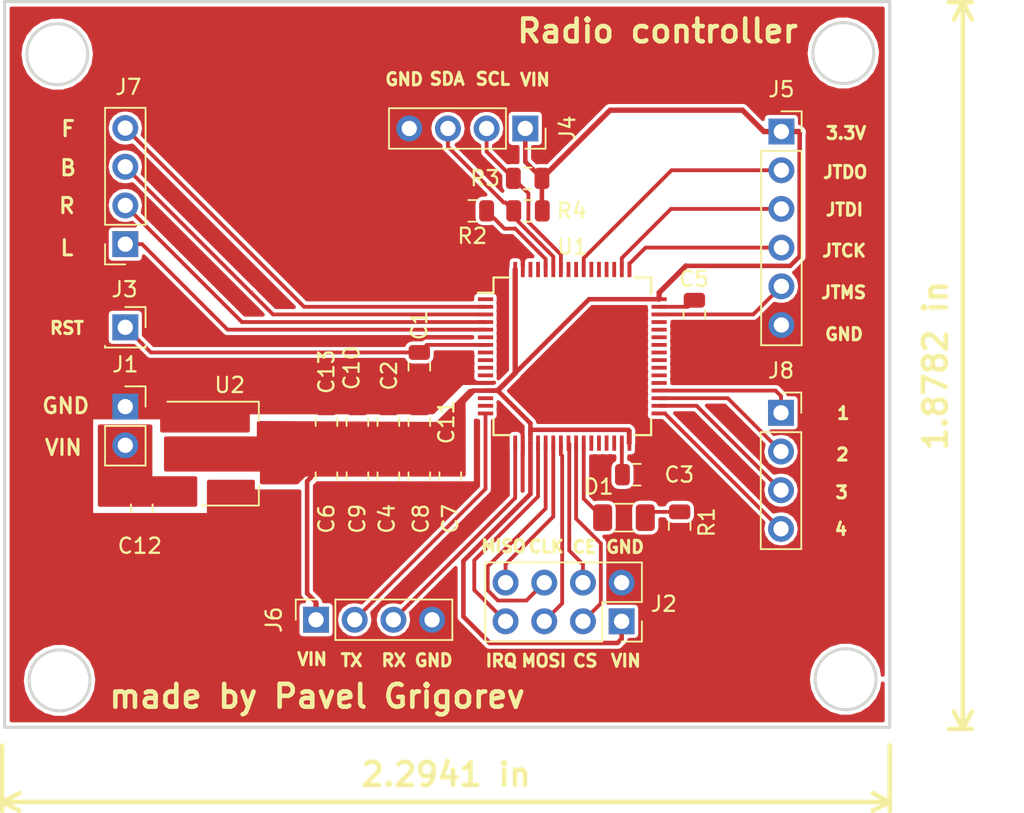
<source format=kicad_pcb>
(kicad_pcb (version 20171130) (host pcbnew 5.0.2-bee76a0~70~ubuntu16.04.1)

  (general
    (thickness 1.6)
    (drawings 45)
    (tracks 157)
    (zones 0)
    (modules 28)
    (nets 61)
  )

  (page A4)
  (layers
    (0 F.Cu signal)
    (31 B.Cu signal)
    (32 B.Adhes user hide)
    (33 F.Adhes user hide)
    (34 B.Paste user hide)
    (35 F.Paste user hide)
    (36 B.SilkS user hide)
    (37 F.SilkS user)
    (38 B.Mask user hide)
    (39 F.Mask user hide)
    (40 Dwgs.User user hide)
    (41 Cmts.User user hide)
    (42 Eco1.User user hide)
    (43 Eco2.User user hide)
    (44 Edge.Cuts user)
    (45 Margin user hide)
    (46 B.CrtYd user hide)
    (47 F.CrtYd user)
    (48 B.Fab user hide)
    (49 F.Fab user hide)
  )

  (setup
    (last_trace_width 0.25)
    (trace_clearance 0.2)
    (zone_clearance 0.21)
    (zone_45_only no)
    (trace_min 0.2)
    (segment_width 0.2)
    (edge_width 0.2)
    (via_size 0.8)
    (via_drill 0.4)
    (via_min_size 0.4)
    (via_min_drill 0.3)
    (uvia_size 0.3)
    (uvia_drill 0.1)
    (uvias_allowed no)
    (uvia_min_size 0.2)
    (uvia_min_drill 0.1)
    (pcb_text_width 0.3)
    (pcb_text_size 1.5 1.5)
    (mod_edge_width 0.15)
    (mod_text_size 1 1)
    (mod_text_width 0.15)
    (pad_size 1.524 1.524)
    (pad_drill 0.762)
    (pad_to_mask_clearance 0.051)
    (solder_mask_min_width 0.25)
    (aux_axis_origin 0 0)
    (visible_elements FFFFFF7F)
    (pcbplotparams
      (layerselection 0x010f0_ffffffff)
      (usegerberextensions false)
      (usegerberattributes false)
      (usegerberadvancedattributes false)
      (creategerberjobfile false)
      (excludeedgelayer true)
      (linewidth 0.100000)
      (plotframeref false)
      (viasonmask false)
      (mode 1)
      (useauxorigin false)
      (hpglpennumber 1)
      (hpglpenspeed 20)
      (hpglpendiameter 15.000000)
      (psnegative false)
      (psa4output false)
      (plotreference true)
      (plotvalue true)
      (plotinvisibletext false)
      (padsonsilk false)
      (subtractmaskfromsilk false)
      (outputformat 1)
      (mirror false)
      (drillshape 0)
      (scaleselection 1)
      (outputdirectory ""))
  )

  (net 0 "")
  (net 1 /STM32F405/RST)
  (net 2 GND)
  (net 3 +3V3)
  (net 4 "Net-(C3-Pad1)")
  (net 5 "Net-(C5-Pad1)")
  (net 6 /LDO/VIN)
  (net 7 "Net-(D1-Pad1)")
  (net 8 /STM32F405/LED)
  (net 9 /SS)
  (net 10 /CE)
  (net 11 /STM32F405/SPI_MOSI)
  (net 12 /STM32F405/SPI_SCK)
  (net 13 /STM32F405/IRQ)
  (net 14 /STM32F405/SPI_MISO)
  (net 15 /STM32F405/I2C_SCL)
  (net 16 /STM32F405/I2C_SDA)
  (net 17 /STM32F405/JTDO)
  (net 18 /STM32F405/JTDI)
  (net 19 /STM32F405/JTMS)
  (net 20 /STM32F405/JTCK)
  (net 21 /STM32F405/UART_TX)
  (net 22 /STM32F405/UART_RX)
  (net 23 /STM32F405/Button_RIGHT)
  (net 24 /STM32F405/Button_LEFT)
  (net 25 /STM32F405/Button_BACK)
  (net 26 /STM32F405/Button_FORWARD)
  (net 27 "Net-(R2-Pad1)")
  (net 28 "Net-(U1-Pad1)")
  (net 29 "Net-(U1-Pad6)")
  (net 30 "Net-(U1-Pad8)")
  (net 31 "Net-(U1-Pad9)")
  (net 32 "Net-(U1-Pad10)")
  (net 33 "Net-(U1-Pad11)")
  (net 34 "Net-(U1-Pad14)")
  (net 35 "Net-(U1-Pad15)")
  (net 36 "Net-(U1-Pad27)")
  (net 37 "Net-(U1-Pad28)")
  (net 38 "Net-(U1-Pad29)")
  (net 39 "Net-(U1-Pad30)")
  (net 40 "Net-(U1-Pad37)")
  (net 41 "Net-(U1-Pad38)")
  (net 42 "Net-(U1-Pad39)")
  (net 43 "Net-(U1-Pad40)")
  (net 44 "Net-(U1-Pad41)")
  (net 45 "Net-(U1-Pad42)")
  (net 46 "Net-(U1-Pad43)")
  (net 47 "Net-(U1-Pad44)")
  (net 48 "Net-(U1-Pad45)")
  (net 49 "Net-(U1-Pad51)")
  (net 50 "Net-(U1-Pad52)")
  (net 51 "Net-(U1-Pad53)")
  (net 52 "Net-(U1-Pad54)")
  (net 53 "Net-(U1-Pad61)")
  (net 54 "Net-(U1-Pad62)")
  (net 55 /STM32F405/GPIO_1)
  (net 56 /STM32F405/GPIO_2)
  (net 57 /STM32F405/GPIO_3)
  (net 58 /STM32F405/GPIO_4)
  (net 59 "Net-(U1-Pad56)")
  (net 60 "Net-(U1-Pad57)")

  (net_class Default "This is the default net class."
    (clearance 0.2)
    (trace_width 0.25)
    (via_dia 0.8)
    (via_drill 0.4)
    (uvia_dia 0.3)
    (uvia_drill 0.1)
    (add_net /CE)
    (add_net /LDO/VIN)
    (add_net /SS)
    (add_net /STM32F405/Button_BACK)
    (add_net /STM32F405/Button_FORWARD)
    (add_net /STM32F405/Button_LEFT)
    (add_net /STM32F405/Button_RIGHT)
    (add_net /STM32F405/GPIO_1)
    (add_net /STM32F405/GPIO_2)
    (add_net /STM32F405/GPIO_3)
    (add_net /STM32F405/GPIO_4)
    (add_net /STM32F405/I2C_SCL)
    (add_net /STM32F405/I2C_SDA)
    (add_net /STM32F405/IRQ)
    (add_net /STM32F405/JTCK)
    (add_net /STM32F405/JTDI)
    (add_net /STM32F405/JTDO)
    (add_net /STM32F405/JTMS)
    (add_net /STM32F405/LED)
    (add_net /STM32F405/RST)
    (add_net /STM32F405/SPI_MISO)
    (add_net /STM32F405/SPI_MOSI)
    (add_net /STM32F405/SPI_SCK)
    (add_net /STM32F405/UART_RX)
    (add_net /STM32F405/UART_TX)
    (add_net GND)
    (add_net "Net-(C3-Pad1)")
    (add_net "Net-(C5-Pad1)")
    (add_net "Net-(D1-Pad1)")
    (add_net "Net-(R2-Pad1)")
    (add_net "Net-(U1-Pad1)")
    (add_net "Net-(U1-Pad10)")
    (add_net "Net-(U1-Pad11)")
    (add_net "Net-(U1-Pad14)")
    (add_net "Net-(U1-Pad15)")
    (add_net "Net-(U1-Pad27)")
    (add_net "Net-(U1-Pad28)")
    (add_net "Net-(U1-Pad29)")
    (add_net "Net-(U1-Pad30)")
    (add_net "Net-(U1-Pad37)")
    (add_net "Net-(U1-Pad38)")
    (add_net "Net-(U1-Pad39)")
    (add_net "Net-(U1-Pad40)")
    (add_net "Net-(U1-Pad41)")
    (add_net "Net-(U1-Pad42)")
    (add_net "Net-(U1-Pad43)")
    (add_net "Net-(U1-Pad44)")
    (add_net "Net-(U1-Pad45)")
    (add_net "Net-(U1-Pad51)")
    (add_net "Net-(U1-Pad52)")
    (add_net "Net-(U1-Pad53)")
    (add_net "Net-(U1-Pad54)")
    (add_net "Net-(U1-Pad56)")
    (add_net "Net-(U1-Pad57)")
    (add_net "Net-(U1-Pad6)")
    (add_net "Net-(U1-Pad61)")
    (add_net "Net-(U1-Pad62)")
    (add_net "Net-(U1-Pad8)")
    (add_net "Net-(U1-Pad9)")
  )

  (net_class Power ""
    (clearance 0.2)
    (trace_width 0.3)
    (via_dia 0.8)
    (via_drill 0.4)
    (uvia_dia 0.3)
    (uvia_drill 0.1)
    (add_net +3V3)
  )

  (module Connector_PinSocket_2.54mm:PinSocket_2x04_P2.54mm_Vertical (layer F.Cu) (tedit 5A19A422) (tstamp 603C411A)
    (at 152.4762 95.885 270)
    (descr "Through hole straight socket strip, 2x04, 2.54mm pitch, double cols (from Kicad 4.0.7), script generated")
    (tags "Through hole socket strip THT 2x04 2.54mm double row")
    (path /605569F2)
    (fp_text reference J2 (at -1.143 -2.7686) (layer F.SilkS)
      (effects (font (size 1 1) (thickness 0.15)))
    )
    (fp_text value Conn_02x04_Top_Bottom (at -1.27 10.39 270) (layer F.Fab)
      (effects (font (size 1 1) (thickness 0.15)))
    )
    (fp_line (start -3.81 -1.27) (end 0.27 -1.27) (layer F.Fab) (width 0.1))
    (fp_line (start 0.27 -1.27) (end 1.27 -0.27) (layer F.Fab) (width 0.1))
    (fp_line (start 1.27 -0.27) (end 1.27 8.89) (layer F.Fab) (width 0.1))
    (fp_line (start 1.27 8.89) (end -3.81 8.89) (layer F.Fab) (width 0.1))
    (fp_line (start -3.81 8.89) (end -3.81 -1.27) (layer F.Fab) (width 0.1))
    (fp_line (start -3.87 -1.33) (end -1.27 -1.33) (layer F.SilkS) (width 0.12))
    (fp_line (start -3.87 -1.33) (end -3.87 8.95) (layer F.SilkS) (width 0.12))
    (fp_line (start -3.87 8.95) (end 1.33 8.95) (layer F.SilkS) (width 0.12))
    (fp_line (start 1.33 1.27) (end 1.33 8.95) (layer F.SilkS) (width 0.12))
    (fp_line (start -1.27 1.27) (end 1.33 1.27) (layer F.SilkS) (width 0.12))
    (fp_line (start -1.27 -1.33) (end -1.27 1.27) (layer F.SilkS) (width 0.12))
    (fp_line (start 1.33 -1.33) (end 1.33 0) (layer F.SilkS) (width 0.12))
    (fp_line (start 0 -1.33) (end 1.33 -1.33) (layer F.SilkS) (width 0.12))
    (fp_line (start -4.34 -1.8) (end 1.76 -1.8) (layer F.CrtYd) (width 0.05))
    (fp_line (start 1.76 -1.8) (end 1.76 9.4) (layer F.CrtYd) (width 0.05))
    (fp_line (start 1.76 9.4) (end -4.34 9.4) (layer F.CrtYd) (width 0.05))
    (fp_line (start -4.34 9.4) (end -4.34 -1.8) (layer F.CrtYd) (width 0.05))
    (fp_text user %R (at -1.27 3.81) (layer F.Fab)
      (effects (font (size 1 1) (thickness 0.15)))
    )
    (pad 1 thru_hole rect (at 0 0 270) (size 1.7 1.7) (drill 1) (layers *.Cu *.Mask)
      (net 3 +3V3))
    (pad 2 thru_hole oval (at -2.54 0 270) (size 1.7 1.7) (drill 1) (layers *.Cu *.Mask)
      (net 2 GND))
    (pad 3 thru_hole oval (at 0 2.54 270) (size 1.7 1.7) (drill 1) (layers *.Cu *.Mask)
      (net 9 /SS))
    (pad 4 thru_hole oval (at -2.54 2.54 270) (size 1.7 1.7) (drill 1) (layers *.Cu *.Mask)
      (net 10 /CE))
    (pad 5 thru_hole oval (at 0 5.08 270) (size 1.7 1.7) (drill 1) (layers *.Cu *.Mask)
      (net 11 /STM32F405/SPI_MOSI))
    (pad 6 thru_hole oval (at -2.54 5.08 270) (size 1.7 1.7) (drill 1) (layers *.Cu *.Mask)
      (net 12 /STM32F405/SPI_SCK))
    (pad 7 thru_hole oval (at 0 7.62 270) (size 1.7 1.7) (drill 1) (layers *.Cu *.Mask)
      (net 13 /STM32F405/IRQ))
    (pad 8 thru_hole oval (at -2.54 7.62 270) (size 1.7 1.7) (drill 1) (layers *.Cu *.Mask)
      (net 14 /STM32F405/SPI_MISO))
    (model ${KISYS3DMOD}/Connector_PinSocket_2.54mm.3dshapes/PinSocket_2x04_P2.54mm_Vertical.wrl
      (at (xyz 0 0 0))
      (scale (xyz 1 1 1))
      (rotate (xyz 0 0 0))
    )
  )

  (module Connector_PinSocket_2.54mm:PinSocket_1x06_P2.54mm_Vertical (layer F.Cu) (tedit 5A19A430) (tstamp 603C4160)
    (at 162.9664 63.7286)
    (descr "Through hole straight socket strip, 1x06, 2.54mm pitch, single row (from Kicad 4.0.7), script generated")
    (tags "Through hole socket strip THT 1x06 2.54mm single row")
    (path /60551E7A)
    (fp_text reference J5 (at 0 -2.77) (layer F.SilkS)
      (effects (font (size 1 1) (thickness 0.15)))
    )
    (fp_text value Conn_01x06 (at 0 15.47) (layer F.Fab)
      (effects (font (size 1 1) (thickness 0.15)))
    )
    (fp_line (start -1.27 -1.27) (end 0.635 -1.27) (layer F.Fab) (width 0.1))
    (fp_line (start 0.635 -1.27) (end 1.27 -0.635) (layer F.Fab) (width 0.1))
    (fp_line (start 1.27 -0.635) (end 1.27 13.97) (layer F.Fab) (width 0.1))
    (fp_line (start 1.27 13.97) (end -1.27 13.97) (layer F.Fab) (width 0.1))
    (fp_line (start -1.27 13.97) (end -1.27 -1.27) (layer F.Fab) (width 0.1))
    (fp_line (start -1.33 1.27) (end 1.33 1.27) (layer F.SilkS) (width 0.12))
    (fp_line (start -1.33 1.27) (end -1.33 14.03) (layer F.SilkS) (width 0.12))
    (fp_line (start -1.33 14.03) (end 1.33 14.03) (layer F.SilkS) (width 0.12))
    (fp_line (start 1.33 1.27) (end 1.33 14.03) (layer F.SilkS) (width 0.12))
    (fp_line (start 1.33 -1.33) (end 1.33 0) (layer F.SilkS) (width 0.12))
    (fp_line (start 0 -1.33) (end 1.33 -1.33) (layer F.SilkS) (width 0.12))
    (fp_line (start -1.8 -1.8) (end 1.75 -1.8) (layer F.CrtYd) (width 0.05))
    (fp_line (start 1.75 -1.8) (end 1.75 14.45) (layer F.CrtYd) (width 0.05))
    (fp_line (start 1.75 14.45) (end -1.8 14.45) (layer F.CrtYd) (width 0.05))
    (fp_line (start -1.8 14.45) (end -1.8 -1.8) (layer F.CrtYd) (width 0.05))
    (fp_text user %R (at 0 6.35 90) (layer F.Fab)
      (effects (font (size 1 1) (thickness 0.15)))
    )
    (pad 1 thru_hole rect (at 0 0) (size 1.7 1.7) (drill 1) (layers *.Cu *.Mask)
      (net 3 +3V3))
    (pad 2 thru_hole oval (at 0 2.54) (size 1.7 1.7) (drill 1) (layers *.Cu *.Mask)
      (net 17 /STM32F405/JTDO))
    (pad 3 thru_hole oval (at 0 5.08) (size 1.7 1.7) (drill 1) (layers *.Cu *.Mask)
      (net 18 /STM32F405/JTDI))
    (pad 4 thru_hole oval (at 0 7.62) (size 1.7 1.7) (drill 1) (layers *.Cu *.Mask)
      (net 20 /STM32F405/JTCK))
    (pad 5 thru_hole oval (at 0 10.16) (size 1.7 1.7) (drill 1) (layers *.Cu *.Mask)
      (net 19 /STM32F405/JTMS))
    (pad 6 thru_hole oval (at 0 12.7) (size 1.7 1.7) (drill 1) (layers *.Cu *.Mask)
      (net 2 GND))
    (model ${KISYS3DMOD}/Connector_PinSocket_2.54mm.3dshapes/PinSocket_1x06_P2.54mm_Vertical.wrl
      (at (xyz 0 0 0))
      (scale (xyz 1 1 1))
      (rotate (xyz 0 0 0))
    )
  )

  (module Resistor_SMD:R_0805_2012Metric (layer F.Cu) (tedit 5B36C52B) (tstamp 603C5226)
    (at 139.192 79.1695 270)
    (descr "Resistor SMD 0805 (2012 Metric), square (rectangular) end terminal, IPC_7351 nominal, (Body size source: https://docs.google.com/spreadsheets/d/1BsfQQcO9C6DZCsRaXUlFlo91Tg2WpOkGARC1WS5S8t0/edit?usp=sharing), generated with kicad-footprint-generator")
    (tags resistor)
    (path /5FDF6F74/5FE0F3BF)
    (attr smd)
    (fp_text reference C1 (at -2.7155 0 270) (layer F.SilkS)
      (effects (font (size 1 1) (thickness 0.15)))
    )
    (fp_text value 0.1µF (at 0 1.65 270) (layer F.Fab)
      (effects (font (size 1 1) (thickness 0.15)))
    )
    (fp_line (start -1 0.6) (end -1 -0.6) (layer F.Fab) (width 0.1))
    (fp_line (start -1 -0.6) (end 1 -0.6) (layer F.Fab) (width 0.1))
    (fp_line (start 1 -0.6) (end 1 0.6) (layer F.Fab) (width 0.1))
    (fp_line (start 1 0.6) (end -1 0.6) (layer F.Fab) (width 0.1))
    (fp_line (start -0.258578 -0.71) (end 0.258578 -0.71) (layer F.SilkS) (width 0.12))
    (fp_line (start -0.258578 0.71) (end 0.258578 0.71) (layer F.SilkS) (width 0.12))
    (fp_line (start -1.68 0.95) (end -1.68 -0.95) (layer F.CrtYd) (width 0.05))
    (fp_line (start -1.68 -0.95) (end 1.68 -0.95) (layer F.CrtYd) (width 0.05))
    (fp_line (start 1.68 -0.95) (end 1.68 0.95) (layer F.CrtYd) (width 0.05))
    (fp_line (start 1.68 0.95) (end -1.68 0.95) (layer F.CrtYd) (width 0.05))
    (fp_text user %R (at 0 0 270) (layer F.Fab)
      (effects (font (size 0.5 0.5) (thickness 0.08)))
    )
    (pad 1 smd roundrect (at -0.9375 0 270) (size 0.975 1.4) (layers F.Cu F.Paste F.Mask) (roundrect_rratio 0.25)
      (net 1 /STM32F405/RST))
    (pad 2 smd roundrect (at 0.9375 0 270) (size 0.975 1.4) (layers F.Cu F.Paste F.Mask) (roundrect_rratio 0.25)
      (net 2 GND))
    (model ${KISYS3DMOD}/Resistor_SMD.3dshapes/R_0805_2012Metric.wrl
      (at (xyz 0 0 0))
      (scale (xyz 1 1 1))
      (rotate (xyz 0 0 0))
    )
  )

  (module Resistor_SMD:R_0805_2012Metric (layer F.Cu) (tedit 5B36C52B) (tstamp 603C401A)
    (at 137.16 82.804 90)
    (descr "Resistor SMD 0805 (2012 Metric), square (rectangular) end terminal, IPC_7351 nominal, (Body size source: https://docs.google.com/spreadsheets/d/1BsfQQcO9C6DZCsRaXUlFlo91Tg2WpOkGARC1WS5S8t0/edit?usp=sharing), generated with kicad-footprint-generator")
    (tags resistor)
    (path /5FDF6F74/5FE091E8)
    (attr smd)
    (fp_text reference C2 (at 3.048 0.0508 270) (layer F.SilkS)
      (effects (font (size 1 1) (thickness 0.15)))
    )
    (fp_text value 4.7µF (at 0 1.65 90) (layer F.Fab)
      (effects (font (size 1 1) (thickness 0.15)))
    )
    (fp_text user %R (at 0 0 90) (layer F.Fab)
      (effects (font (size 0.5 0.5) (thickness 0.08)))
    )
    (fp_line (start 1.68 0.95) (end -1.68 0.95) (layer F.CrtYd) (width 0.05))
    (fp_line (start 1.68 -0.95) (end 1.68 0.95) (layer F.CrtYd) (width 0.05))
    (fp_line (start -1.68 -0.95) (end 1.68 -0.95) (layer F.CrtYd) (width 0.05))
    (fp_line (start -1.68 0.95) (end -1.68 -0.95) (layer F.CrtYd) (width 0.05))
    (fp_line (start -0.258578 0.71) (end 0.258578 0.71) (layer F.SilkS) (width 0.12))
    (fp_line (start -0.258578 -0.71) (end 0.258578 -0.71) (layer F.SilkS) (width 0.12))
    (fp_line (start 1 0.6) (end -1 0.6) (layer F.Fab) (width 0.1))
    (fp_line (start 1 -0.6) (end 1 0.6) (layer F.Fab) (width 0.1))
    (fp_line (start -1 -0.6) (end 1 -0.6) (layer F.Fab) (width 0.1))
    (fp_line (start -1 0.6) (end -1 -0.6) (layer F.Fab) (width 0.1))
    (pad 2 smd roundrect (at 0.9375 0 90) (size 0.975 1.4) (layers F.Cu F.Paste F.Mask) (roundrect_rratio 0.25)
      (net 2 GND))
    (pad 1 smd roundrect (at -0.9375 0 90) (size 0.975 1.4) (layers F.Cu F.Paste F.Mask) (roundrect_rratio 0.25)
      (net 3 +3V3))
    (model ${KISYS3DMOD}/Resistor_SMD.3dshapes/R_0805_2012Metric.wrl
      (at (xyz 0 0 0))
      (scale (xyz 1 1 1))
      (rotate (xyz 0 0 0))
    )
  )

  (module Resistor_SMD:R_0805_2012Metric (layer F.Cu) (tedit 5B36C52B) (tstamp 603C9D05)
    (at 153.4668 86.2584)
    (descr "Resistor SMD 0805 (2012 Metric), square (rectangular) end terminal, IPC_7351 nominal, (Body size source: https://docs.google.com/spreadsheets/d/1BsfQQcO9C6DZCsRaXUlFlo91Tg2WpOkGARC1WS5S8t0/edit?usp=sharing), generated with kicad-footprint-generator")
    (tags resistor)
    (path /5FDF6F74/5FE12F3E)
    (attr smd)
    (fp_text reference C3 (at 2.794 0) (layer F.SilkS)
      (effects (font (size 1 1) (thickness 0.15)))
    )
    (fp_text value 2.2µF (at 0 1.65) (layer F.Fab)
      (effects (font (size 1 1) (thickness 0.15)))
    )
    (fp_line (start -1 0.6) (end -1 -0.6) (layer F.Fab) (width 0.1))
    (fp_line (start -1 -0.6) (end 1 -0.6) (layer F.Fab) (width 0.1))
    (fp_line (start 1 -0.6) (end 1 0.6) (layer F.Fab) (width 0.1))
    (fp_line (start 1 0.6) (end -1 0.6) (layer F.Fab) (width 0.1))
    (fp_line (start -0.258578 -0.71) (end 0.258578 -0.71) (layer F.SilkS) (width 0.12))
    (fp_line (start -0.258578 0.71) (end 0.258578 0.71) (layer F.SilkS) (width 0.12))
    (fp_line (start -1.68 0.95) (end -1.68 -0.95) (layer F.CrtYd) (width 0.05))
    (fp_line (start -1.68 -0.95) (end 1.68 -0.95) (layer F.CrtYd) (width 0.05))
    (fp_line (start 1.68 -0.95) (end 1.68 0.95) (layer F.CrtYd) (width 0.05))
    (fp_line (start 1.68 0.95) (end -1.68 0.95) (layer F.CrtYd) (width 0.05))
    (fp_text user %R (at 0 0) (layer F.Fab)
      (effects (font (size 0.5 0.5) (thickness 0.08)))
    )
    (pad 1 smd roundrect (at -0.937501 0) (size 0.975 1.4) (layers F.Cu F.Paste F.Mask) (roundrect_rratio 0.25)
      (net 4 "Net-(C3-Pad1)"))
    (pad 2 smd roundrect (at 0.937501 0) (size 0.975 1.4) (layers F.Cu F.Paste F.Mask) (roundrect_rratio 0.25)
      (net 2 GND))
    (model ${KISYS3DMOD}/Resistor_SMD.3dshapes/R_0805_2012Metric.wrl
      (at (xyz 0 0 0))
      (scale (xyz 1 1 1))
      (rotate (xyz 0 0 0))
    )
  )

  (module Resistor_SMD:R_0805_2012Metric (layer F.Cu) (tedit 5B36C52B) (tstamp 603C403C)
    (at 137.16 86.36 270)
    (descr "Resistor SMD 0805 (2012 Metric), square (rectangular) end terminal, IPC_7351 nominal, (Body size source: https://docs.google.com/spreadsheets/d/1BsfQQcO9C6DZCsRaXUlFlo91Tg2WpOkGARC1WS5S8t0/edit?usp=sharing), generated with kicad-footprint-generator")
    (tags resistor)
    (path /5FDF6F74/5FE0923C)
    (attr smd)
    (fp_text reference C4 (at 2.794 0.1016 270) (layer F.SilkS)
      (effects (font (size 1 1) (thickness 0.15)))
    )
    (fp_text value 4.7µF (at 0 1.65 270) (layer F.Fab)
      (effects (font (size 1 1) (thickness 0.15)))
    )
    (fp_line (start -1 0.6) (end -1 -0.6) (layer F.Fab) (width 0.1))
    (fp_line (start -1 -0.6) (end 1 -0.6) (layer F.Fab) (width 0.1))
    (fp_line (start 1 -0.6) (end 1 0.6) (layer F.Fab) (width 0.1))
    (fp_line (start 1 0.6) (end -1 0.6) (layer F.Fab) (width 0.1))
    (fp_line (start -0.258578 -0.71) (end 0.258578 -0.71) (layer F.SilkS) (width 0.12))
    (fp_line (start -0.258578 0.71) (end 0.258578 0.71) (layer F.SilkS) (width 0.12))
    (fp_line (start -1.68 0.95) (end -1.68 -0.95) (layer F.CrtYd) (width 0.05))
    (fp_line (start -1.68 -0.95) (end 1.68 -0.95) (layer F.CrtYd) (width 0.05))
    (fp_line (start 1.68 -0.95) (end 1.68 0.95) (layer F.CrtYd) (width 0.05))
    (fp_line (start 1.68 0.95) (end -1.68 0.95) (layer F.CrtYd) (width 0.05))
    (fp_text user %R (at 0 0 270) (layer F.Fab)
      (effects (font (size 0.5 0.5) (thickness 0.08)))
    )
    (pad 1 smd roundrect (at -0.9375 0 270) (size 0.975 1.4) (layers F.Cu F.Paste F.Mask) (roundrect_rratio 0.25)
      (net 3 +3V3))
    (pad 2 smd roundrect (at 0.9375 0 270) (size 0.975 1.4) (layers F.Cu F.Paste F.Mask) (roundrect_rratio 0.25)
      (net 2 GND))
    (model ${KISYS3DMOD}/Resistor_SMD.3dshapes/R_0805_2012Metric.wrl
      (at (xyz 0 0 0))
      (scale (xyz 1 1 1))
      (rotate (xyz 0 0 0))
    )
  )

  (module Resistor_SMD:R_0805_2012Metric (layer F.Cu) (tedit 5B36C52B) (tstamp 603C404D)
    (at 157.2514 75.7428 270)
    (descr "Resistor SMD 0805 (2012 Metric), square (rectangular) end terminal, IPC_7351 nominal, (Body size source: https://docs.google.com/spreadsheets/d/1BsfQQcO9C6DZCsRaXUlFlo91Tg2WpOkGARC1WS5S8t0/edit?usp=sharing), generated with kicad-footprint-generator")
    (tags resistor)
    (path /5FDF6F74/5FE12FA7)
    (attr smd)
    (fp_text reference C5 (at -2.3368 0.0254) (layer F.SilkS)
      (effects (font (size 1 1) (thickness 0.15)))
    )
    (fp_text value 2.2µF (at 0 1.65 270) (layer F.Fab)
      (effects (font (size 1 1) (thickness 0.15)))
    )
    (fp_text user %R (at 0 0 270) (layer F.Fab)
      (effects (font (size 0.5 0.5) (thickness 0.08)))
    )
    (fp_line (start 1.68 0.95) (end -1.68 0.95) (layer F.CrtYd) (width 0.05))
    (fp_line (start 1.68 -0.95) (end 1.68 0.95) (layer F.CrtYd) (width 0.05))
    (fp_line (start -1.68 -0.95) (end 1.68 -0.95) (layer F.CrtYd) (width 0.05))
    (fp_line (start -1.68 0.95) (end -1.68 -0.95) (layer F.CrtYd) (width 0.05))
    (fp_line (start -0.258578 0.71) (end 0.258578 0.71) (layer F.SilkS) (width 0.12))
    (fp_line (start -0.258578 -0.71) (end 0.258578 -0.71) (layer F.SilkS) (width 0.12))
    (fp_line (start 1 0.6) (end -1 0.6) (layer F.Fab) (width 0.1))
    (fp_line (start 1 -0.6) (end 1 0.6) (layer F.Fab) (width 0.1))
    (fp_line (start -1 -0.6) (end 1 -0.6) (layer F.Fab) (width 0.1))
    (fp_line (start -1 0.6) (end -1 -0.6) (layer F.Fab) (width 0.1))
    (pad 2 smd roundrect (at 0.9375 0 270) (size 0.975 1.4) (layers F.Cu F.Paste F.Mask) (roundrect_rratio 0.25)
      (net 2 GND))
    (pad 1 smd roundrect (at -0.9375 0 270) (size 0.975 1.4) (layers F.Cu F.Paste F.Mask) (roundrect_rratio 0.25)
      (net 5 "Net-(C5-Pad1)"))
    (model ${KISYS3DMOD}/Resistor_SMD.3dshapes/R_0805_2012Metric.wrl
      (at (xyz 0 0 0))
      (scale (xyz 1 1 1))
      (rotate (xyz 0 0 0))
    )
  )

  (module Resistor_SMD:R_0805_2012Metric (layer F.Cu) (tedit 5B36C52B) (tstamp 603C55B0)
    (at 133.096 86.36 270)
    (descr "Resistor SMD 0805 (2012 Metric), square (rectangular) end terminal, IPC_7351 nominal, (Body size source: https://docs.google.com/spreadsheets/d/1BsfQQcO9C6DZCsRaXUlFlo91Tg2WpOkGARC1WS5S8t0/edit?usp=sharing), generated with kicad-footprint-generator")
    (tags resistor)
    (path /5FDF6F74/5FE092EB)
    (attr smd)
    (fp_text reference C6 (at 2.794 0 270) (layer F.SilkS)
      (effects (font (size 1 1) (thickness 0.15)))
    )
    (fp_text value 1µF (at 0 1.65 270) (layer F.Fab)
      (effects (font (size 1 1) (thickness 0.15)))
    )
    (fp_text user %R (at 0 0 270) (layer F.Fab)
      (effects (font (size 0.5 0.5) (thickness 0.08)))
    )
    (fp_line (start 1.68 0.95) (end -1.68 0.95) (layer F.CrtYd) (width 0.05))
    (fp_line (start 1.68 -0.95) (end 1.68 0.95) (layer F.CrtYd) (width 0.05))
    (fp_line (start -1.68 -0.95) (end 1.68 -0.95) (layer F.CrtYd) (width 0.05))
    (fp_line (start -1.68 0.95) (end -1.68 -0.95) (layer F.CrtYd) (width 0.05))
    (fp_line (start -0.258578 0.71) (end 0.258578 0.71) (layer F.SilkS) (width 0.12))
    (fp_line (start -0.258578 -0.71) (end 0.258578 -0.71) (layer F.SilkS) (width 0.12))
    (fp_line (start 1 0.6) (end -1 0.6) (layer F.Fab) (width 0.1))
    (fp_line (start 1 -0.6) (end 1 0.6) (layer F.Fab) (width 0.1))
    (fp_line (start -1 -0.6) (end 1 -0.6) (layer F.Fab) (width 0.1))
    (fp_line (start -1 0.6) (end -1 -0.6) (layer F.Fab) (width 0.1))
    (pad 2 smd roundrect (at 0.9375 0 270) (size 0.975 1.4) (layers F.Cu F.Paste F.Mask) (roundrect_rratio 0.25)
      (net 2 GND))
    (pad 1 smd roundrect (at -0.9375 0 270) (size 0.975 1.4) (layers F.Cu F.Paste F.Mask) (roundrect_rratio 0.25)
      (net 3 +3V3))
    (model ${KISYS3DMOD}/Resistor_SMD.3dshapes/R_0805_2012Metric.wrl
      (at (xyz 0 0 0))
      (scale (xyz 1 1 1))
      (rotate (xyz 0 0 0))
    )
  )

  (module Resistor_SMD:R_0805_2012Metric (layer F.Cu) (tedit 5B36C52B) (tstamp 603C406F)
    (at 141.224 86.36 270)
    (descr "Resistor SMD 0805 (2012 Metric), square (rectangular) end terminal, IPC_7351 nominal, (Body size source: https://docs.google.com/spreadsheets/d/1BsfQQcO9C6DZCsRaXUlFlo91Tg2WpOkGARC1WS5S8t0/edit?usp=sharing), generated with kicad-footprint-generator")
    (tags resistor)
    (path /5FDF6F74/5FE09334)
    (attr smd)
    (fp_text reference C7 (at 2.794 0 270) (layer F.SilkS)
      (effects (font (size 1 1) (thickness 0.15)))
    )
    (fp_text value 0.1µF (at 0 1.65 270) (layer F.Fab)
      (effects (font (size 1 1) (thickness 0.15)))
    )
    (fp_line (start -1 0.6) (end -1 -0.6) (layer F.Fab) (width 0.1))
    (fp_line (start -1 -0.6) (end 1 -0.6) (layer F.Fab) (width 0.1))
    (fp_line (start 1 -0.6) (end 1 0.6) (layer F.Fab) (width 0.1))
    (fp_line (start 1 0.6) (end -1 0.6) (layer F.Fab) (width 0.1))
    (fp_line (start -0.258578 -0.71) (end 0.258578 -0.71) (layer F.SilkS) (width 0.12))
    (fp_line (start -0.258578 0.71) (end 0.258578 0.71) (layer F.SilkS) (width 0.12))
    (fp_line (start -1.68 0.95) (end -1.68 -0.95) (layer F.CrtYd) (width 0.05))
    (fp_line (start -1.68 -0.95) (end 1.68 -0.95) (layer F.CrtYd) (width 0.05))
    (fp_line (start 1.68 -0.95) (end 1.68 0.95) (layer F.CrtYd) (width 0.05))
    (fp_line (start 1.68 0.95) (end -1.68 0.95) (layer F.CrtYd) (width 0.05))
    (fp_text user %R (at 0 0 270) (layer F.Fab)
      (effects (font (size 0.5 0.5) (thickness 0.08)))
    )
    (pad 1 smd roundrect (at -0.9375 0 270) (size 0.975 1.4) (layers F.Cu F.Paste F.Mask) (roundrect_rratio 0.25)
      (net 3 +3V3))
    (pad 2 smd roundrect (at 0.9375 0 270) (size 0.975 1.4) (layers F.Cu F.Paste F.Mask) (roundrect_rratio 0.25)
      (net 2 GND))
    (model ${KISYS3DMOD}/Resistor_SMD.3dshapes/R_0805_2012Metric.wrl
      (at (xyz 0 0 0))
      (scale (xyz 1 1 1))
      (rotate (xyz 0 0 0))
    )
  )

  (module Resistor_SMD:R_0805_2012Metric (layer F.Cu) (tedit 5B36C52B) (tstamp 603C5FCD)
    (at 139.192 86.36 270)
    (descr "Resistor SMD 0805 (2012 Metric), square (rectangular) end terminal, IPC_7351 nominal, (Body size source: https://docs.google.com/spreadsheets/d/1BsfQQcO9C6DZCsRaXUlFlo91Tg2WpOkGARC1WS5S8t0/edit?usp=sharing), generated with kicad-footprint-generator")
    (tags resistor)
    (path /5FDF6F74/5FE09482)
    (attr smd)
    (fp_text reference C8 (at 2.794 -0.1016 270) (layer F.SilkS)
      (effects (font (size 1 1) (thickness 0.15)))
    )
    (fp_text value 0.1µF (at 0 1.65 270) (layer F.Fab)
      (effects (font (size 1 1) (thickness 0.15)))
    )
    (fp_line (start -1 0.6) (end -1 -0.6) (layer F.Fab) (width 0.1))
    (fp_line (start -1 -0.6) (end 1 -0.6) (layer F.Fab) (width 0.1))
    (fp_line (start 1 -0.6) (end 1 0.6) (layer F.Fab) (width 0.1))
    (fp_line (start 1 0.6) (end -1 0.6) (layer F.Fab) (width 0.1))
    (fp_line (start -0.258578 -0.71) (end 0.258578 -0.71) (layer F.SilkS) (width 0.12))
    (fp_line (start -0.258578 0.71) (end 0.258578 0.71) (layer F.SilkS) (width 0.12))
    (fp_line (start -1.68 0.95) (end -1.68 -0.95) (layer F.CrtYd) (width 0.05))
    (fp_line (start -1.68 -0.95) (end 1.68 -0.95) (layer F.CrtYd) (width 0.05))
    (fp_line (start 1.68 -0.95) (end 1.68 0.95) (layer F.CrtYd) (width 0.05))
    (fp_line (start 1.68 0.95) (end -1.68 0.95) (layer F.CrtYd) (width 0.05))
    (fp_text user %R (at 0 0 270) (layer F.Fab)
      (effects (font (size 0.5 0.5) (thickness 0.08)))
    )
    (pad 1 smd roundrect (at -0.9375 0 270) (size 0.975 1.4) (layers F.Cu F.Paste F.Mask) (roundrect_rratio 0.25)
      (net 3 +3V3))
    (pad 2 smd roundrect (at 0.9375 0 270) (size 0.975 1.4) (layers F.Cu F.Paste F.Mask) (roundrect_rratio 0.25)
      (net 2 GND))
    (model ${KISYS3DMOD}/Resistor_SMD.3dshapes/R_0805_2012Metric.wrl
      (at (xyz 0 0 0))
      (scale (xyz 1 1 1))
      (rotate (xyz 0 0 0))
    )
  )

  (module Resistor_SMD:R_0805_2012Metric (layer F.Cu) (tedit 5B36C52B) (tstamp 603C4091)
    (at 135.128 86.36 270)
    (descr "Resistor SMD 0805 (2012 Metric), square (rectangular) end terminal, IPC_7351 nominal, (Body size source: https://docs.google.com/spreadsheets/d/1BsfQQcO9C6DZCsRaXUlFlo91Tg2WpOkGARC1WS5S8t0/edit?usp=sharing), generated with kicad-footprint-generator")
    (tags resistor)
    (path /5FDF6F74/5FE094C2)
    (attr smd)
    (fp_text reference C9 (at 2.794 0 270) (layer F.SilkS)
      (effects (font (size 1 1) (thickness 0.15)))
    )
    (fp_text value 0.1µF (at 0 1.65 270) (layer F.Fab)
      (effects (font (size 1 1) (thickness 0.15)))
    )
    (fp_text user %R (at 0 0 270) (layer F.Fab)
      (effects (font (size 0.5 0.5) (thickness 0.08)))
    )
    (fp_line (start 1.68 0.95) (end -1.68 0.95) (layer F.CrtYd) (width 0.05))
    (fp_line (start 1.68 -0.95) (end 1.68 0.95) (layer F.CrtYd) (width 0.05))
    (fp_line (start -1.68 -0.95) (end 1.68 -0.95) (layer F.CrtYd) (width 0.05))
    (fp_line (start -1.68 0.95) (end -1.68 -0.95) (layer F.CrtYd) (width 0.05))
    (fp_line (start -0.258578 0.71) (end 0.258578 0.71) (layer F.SilkS) (width 0.12))
    (fp_line (start -0.258578 -0.71) (end 0.258578 -0.71) (layer F.SilkS) (width 0.12))
    (fp_line (start 1 0.6) (end -1 0.6) (layer F.Fab) (width 0.1))
    (fp_line (start 1 -0.6) (end 1 0.6) (layer F.Fab) (width 0.1))
    (fp_line (start -1 -0.6) (end 1 -0.6) (layer F.Fab) (width 0.1))
    (fp_line (start -1 0.6) (end -1 -0.6) (layer F.Fab) (width 0.1))
    (pad 2 smd roundrect (at 0.9375 0 270) (size 0.975 1.4) (layers F.Cu F.Paste F.Mask) (roundrect_rratio 0.25)
      (net 2 GND))
    (pad 1 smd roundrect (at -0.9375 0 270) (size 0.975 1.4) (layers F.Cu F.Paste F.Mask) (roundrect_rratio 0.25)
      (net 3 +3V3))
    (model ${KISYS3DMOD}/Resistor_SMD.3dshapes/R_0805_2012Metric.wrl
      (at (xyz 0 0 0))
      (scale (xyz 1 1 1))
      (rotate (xyz 0 0 0))
    )
  )

  (module Resistor_SMD:R_0805_2012Metric (layer F.Cu) (tedit 5B36C52B) (tstamp 603C40A2)
    (at 135.128 82.804 90)
    (descr "Resistor SMD 0805 (2012 Metric), square (rectangular) end terminal, IPC_7351 nominal, (Body size source: https://docs.google.com/spreadsheets/d/1BsfQQcO9C6DZCsRaXUlFlo91Tg2WpOkGARC1WS5S8t0/edit?usp=sharing), generated with kicad-footprint-generator")
    (tags resistor)
    (path /5FDF6F74/5FE094E4)
    (attr smd)
    (fp_text reference C10 (at 3.556 -0.381 270) (layer F.SilkS)
      (effects (font (size 1 1) (thickness 0.15)))
    )
    (fp_text value 0.1µF (at 0 1.65 90) (layer F.Fab)
      (effects (font (size 1 1) (thickness 0.15)))
    )
    (fp_line (start -1 0.6) (end -1 -0.6) (layer F.Fab) (width 0.1))
    (fp_line (start -1 -0.6) (end 1 -0.6) (layer F.Fab) (width 0.1))
    (fp_line (start 1 -0.6) (end 1 0.6) (layer F.Fab) (width 0.1))
    (fp_line (start 1 0.6) (end -1 0.6) (layer F.Fab) (width 0.1))
    (fp_line (start -0.258578 -0.71) (end 0.258578 -0.71) (layer F.SilkS) (width 0.12))
    (fp_line (start -0.258578 0.71) (end 0.258578 0.71) (layer F.SilkS) (width 0.12))
    (fp_line (start -1.68 0.95) (end -1.68 -0.95) (layer F.CrtYd) (width 0.05))
    (fp_line (start -1.68 -0.95) (end 1.68 -0.95) (layer F.CrtYd) (width 0.05))
    (fp_line (start 1.68 -0.95) (end 1.68 0.95) (layer F.CrtYd) (width 0.05))
    (fp_line (start 1.68 0.95) (end -1.68 0.95) (layer F.CrtYd) (width 0.05))
    (fp_text user %R (at 0 0 90) (layer F.Fab)
      (effects (font (size 0.5 0.5) (thickness 0.08)))
    )
    (pad 1 smd roundrect (at -0.9375 0 90) (size 0.975 1.4) (layers F.Cu F.Paste F.Mask) (roundrect_rratio 0.25)
      (net 3 +3V3))
    (pad 2 smd roundrect (at 0.9375 0 90) (size 0.975 1.4) (layers F.Cu F.Paste F.Mask) (roundrect_rratio 0.25)
      (net 2 GND))
    (model ${KISYS3DMOD}/Resistor_SMD.3dshapes/R_0805_2012Metric.wrl
      (at (xyz 0 0 0))
      (scale (xyz 1 1 1))
      (rotate (xyz 0 0 0))
    )
  )

  (module Resistor_SMD:R_0805_2012Metric (layer F.Cu) (tedit 5B36C52B) (tstamp 603C40B3)
    (at 139.192 82.804 90)
    (descr "Resistor SMD 0805 (2012 Metric), square (rectangular) end terminal, IPC_7351 nominal, (Body size source: https://docs.google.com/spreadsheets/d/1BsfQQcO9C6DZCsRaXUlFlo91Tg2WpOkGARC1WS5S8t0/edit?usp=sharing), generated with kicad-footprint-generator")
    (tags resistor)
    (path /5FDF6F74/5FE09508)
    (attr smd)
    (fp_text reference C11 (at 0 1.778 90) (layer F.SilkS)
      (effects (font (size 1 1) (thickness 0.15)))
    )
    (fp_text value 0.1µF (at 0 1.65 90) (layer F.Fab)
      (effects (font (size 1 1) (thickness 0.15)))
    )
    (fp_text user %R (at 0 0 90) (layer F.Fab)
      (effects (font (size 0.5 0.5) (thickness 0.08)))
    )
    (fp_line (start 1.68 0.95) (end -1.68 0.95) (layer F.CrtYd) (width 0.05))
    (fp_line (start 1.68 -0.95) (end 1.68 0.95) (layer F.CrtYd) (width 0.05))
    (fp_line (start -1.68 -0.95) (end 1.68 -0.95) (layer F.CrtYd) (width 0.05))
    (fp_line (start -1.68 0.95) (end -1.68 -0.95) (layer F.CrtYd) (width 0.05))
    (fp_line (start -0.258578 0.71) (end 0.258578 0.71) (layer F.SilkS) (width 0.12))
    (fp_line (start -0.258578 -0.71) (end 0.258578 -0.71) (layer F.SilkS) (width 0.12))
    (fp_line (start 1 0.6) (end -1 0.6) (layer F.Fab) (width 0.1))
    (fp_line (start 1 -0.6) (end 1 0.6) (layer F.Fab) (width 0.1))
    (fp_line (start -1 -0.6) (end 1 -0.6) (layer F.Fab) (width 0.1))
    (fp_line (start -1 0.6) (end -1 -0.6) (layer F.Fab) (width 0.1))
    (pad 2 smd roundrect (at 0.9375 0 90) (size 0.975 1.4) (layers F.Cu F.Paste F.Mask) (roundrect_rratio 0.25)
      (net 2 GND))
    (pad 1 smd roundrect (at -0.9375 0 90) (size 0.975 1.4) (layers F.Cu F.Paste F.Mask) (roundrect_rratio 0.25)
      (net 3 +3V3))
    (model ${KISYS3DMOD}/Resistor_SMD.3dshapes/R_0805_2012Metric.wrl
      (at (xyz 0 0 0))
      (scale (xyz 1 1 1))
      (rotate (xyz 0 0 0))
    )
  )

  (module Resistor_SMD:R_0805_2012Metric (layer F.Cu) (tedit 5B36C52B) (tstamp 603C40C4)
    (at 120.9675 88.4682 270)
    (descr "Resistor SMD 0805 (2012 Metric), square (rectangular) end terminal, IPC_7351 nominal, (Body size source: https://docs.google.com/spreadsheets/d/1BsfQQcO9C6DZCsRaXUlFlo91Tg2WpOkGARC1WS5S8t0/edit?usp=sharing), generated with kicad-footprint-generator")
    (tags resistor)
    (path /6059D2A7/6059F1D5)
    (attr smd)
    (fp_text reference C12 (at 2.4638 0.127) (layer F.SilkS)
      (effects (font (size 1 1) (thickness 0.15)))
    )
    (fp_text value 1µF (at 0 1.65 270) (layer F.Fab)
      (effects (font (size 1 1) (thickness 0.15)))
    )
    (fp_line (start -1 0.6) (end -1 -0.6) (layer F.Fab) (width 0.1))
    (fp_line (start -1 -0.6) (end 1 -0.6) (layer F.Fab) (width 0.1))
    (fp_line (start 1 -0.6) (end 1 0.6) (layer F.Fab) (width 0.1))
    (fp_line (start 1 0.6) (end -1 0.6) (layer F.Fab) (width 0.1))
    (fp_line (start -0.258578 -0.71) (end 0.258578 -0.71) (layer F.SilkS) (width 0.12))
    (fp_line (start -0.258578 0.71) (end 0.258578 0.71) (layer F.SilkS) (width 0.12))
    (fp_line (start -1.68 0.95) (end -1.68 -0.95) (layer F.CrtYd) (width 0.05))
    (fp_line (start -1.68 -0.95) (end 1.68 -0.95) (layer F.CrtYd) (width 0.05))
    (fp_line (start 1.68 -0.95) (end 1.68 0.95) (layer F.CrtYd) (width 0.05))
    (fp_line (start 1.68 0.95) (end -1.68 0.95) (layer F.CrtYd) (width 0.05))
    (fp_text user %R (at 0 0 270) (layer F.Fab)
      (effects (font (size 0.5 0.5) (thickness 0.08)))
    )
    (pad 1 smd roundrect (at -0.9375 0 270) (size 0.975 1.4) (layers F.Cu F.Paste F.Mask) (roundrect_rratio 0.25)
      (net 6 /LDO/VIN))
    (pad 2 smd roundrect (at 0.9375 0 270) (size 0.975 1.4) (layers F.Cu F.Paste F.Mask) (roundrect_rratio 0.25)
      (net 2 GND))
    (model ${KISYS3DMOD}/Resistor_SMD.3dshapes/R_0805_2012Metric.wrl
      (at (xyz 0 0 0))
      (scale (xyz 1 1 1))
      (rotate (xyz 0 0 0))
    )
  )

  (module Resistor_SMD:R_0805_2012Metric (layer F.Cu) (tedit 5B36C52B) (tstamp 603C40D5)
    (at 133.096 82.804 90)
    (descr "Resistor SMD 0805 (2012 Metric), square (rectangular) end terminal, IPC_7351 nominal, (Body size source: https://docs.google.com/spreadsheets/d/1BsfQQcO9C6DZCsRaXUlFlo91Tg2WpOkGARC1WS5S8t0/edit?usp=sharing), generated with kicad-footprint-generator")
    (tags resistor)
    (path /6059D2A7/6059F2D7)
    (attr smd)
    (fp_text reference C13 (at 3.302 0 270) (layer F.SilkS)
      (effects (font (size 1 1) (thickness 0.15)))
    )
    (fp_text value 1µF (at 0 1.65 90) (layer F.Fab)
      (effects (font (size 1 1) (thickness 0.15)))
    )
    (fp_text user %R (at 0 0 90) (layer F.Fab)
      (effects (font (size 0.5 0.5) (thickness 0.08)))
    )
    (fp_line (start 1.68 0.95) (end -1.68 0.95) (layer F.CrtYd) (width 0.05))
    (fp_line (start 1.68 -0.95) (end 1.68 0.95) (layer F.CrtYd) (width 0.05))
    (fp_line (start -1.68 -0.95) (end 1.68 -0.95) (layer F.CrtYd) (width 0.05))
    (fp_line (start -1.68 0.95) (end -1.68 -0.95) (layer F.CrtYd) (width 0.05))
    (fp_line (start -0.258578 0.71) (end 0.258578 0.71) (layer F.SilkS) (width 0.12))
    (fp_line (start -0.258578 -0.71) (end 0.258578 -0.71) (layer F.SilkS) (width 0.12))
    (fp_line (start 1 0.6) (end -1 0.6) (layer F.Fab) (width 0.1))
    (fp_line (start 1 -0.6) (end 1 0.6) (layer F.Fab) (width 0.1))
    (fp_line (start -1 -0.6) (end 1 -0.6) (layer F.Fab) (width 0.1))
    (fp_line (start -1 0.6) (end -1 -0.6) (layer F.Fab) (width 0.1))
    (pad 2 smd roundrect (at 0.9375 0 90) (size 0.975 1.4) (layers F.Cu F.Paste F.Mask) (roundrect_rratio 0.25)
      (net 2 GND))
    (pad 1 smd roundrect (at -0.9375 0 90) (size 0.975 1.4) (layers F.Cu F.Paste F.Mask) (roundrect_rratio 0.25)
      (net 3 +3V3))
    (model ${KISYS3DMOD}/Resistor_SMD.3dshapes/R_0805_2012Metric.wrl
      (at (xyz 0 0 0))
      (scale (xyz 1 1 1))
      (rotate (xyz 0 0 0))
    )
  )

  (module Resistor_SMD:R_1206_3216Metric (layer F.Cu) (tedit 5B301BBD) (tstamp 603CE17F)
    (at 152.6286 89.0778 180)
    (descr "Resistor SMD 1206 (3216 Metric), square (rectangular) end terminal, IPC_7351 nominal, (Body size source: http://www.tortai-tech.com/upload/download/2011102023233369053.pdf), generated with kicad-footprint-generator")
    (tags resistor)
    (path /60552405)
    (attr smd)
    (fp_text reference D1 (at 1.654 2.032 180) (layer F.SilkS)
      (effects (font (size 1 1) (thickness 0.15)))
    )
    (fp_text value LED (at 0 1.82 180) (layer F.Fab)
      (effects (font (size 1 1) (thickness 0.15)))
    )
    (fp_line (start -1.6 0.8) (end -1.6 -0.8) (layer F.Fab) (width 0.1))
    (fp_line (start -1.6 -0.8) (end 1.6 -0.8) (layer F.Fab) (width 0.1))
    (fp_line (start 1.6 -0.8) (end 1.6 0.8) (layer F.Fab) (width 0.1))
    (fp_line (start 1.6 0.8) (end -1.6 0.8) (layer F.Fab) (width 0.1))
    (fp_line (start -0.602064 -0.91) (end 0.602064 -0.91) (layer F.SilkS) (width 0.12))
    (fp_line (start -0.602064 0.91) (end 0.602064 0.91) (layer F.SilkS) (width 0.12))
    (fp_line (start -2.28 1.12) (end -2.28 -1.12) (layer F.CrtYd) (width 0.05))
    (fp_line (start -2.28 -1.12) (end 2.28 -1.12) (layer F.CrtYd) (width 0.05))
    (fp_line (start 2.28 -1.12) (end 2.28 1.12) (layer F.CrtYd) (width 0.05))
    (fp_line (start 2.28 1.12) (end -2.28 1.12) (layer F.CrtYd) (width 0.05))
    (fp_text user %R (at 0 0 180) (layer F.Fab)
      (effects (font (size 0.8 0.8) (thickness 0.12)))
    )
    (pad 1 smd roundrect (at -1.4 0 180) (size 1.25 1.75) (layers F.Cu F.Paste F.Mask) (roundrect_rratio 0.2)
      (net 7 "Net-(D1-Pad1)"))
    (pad 2 smd roundrect (at 1.4 0 180) (size 1.25 1.75) (layers F.Cu F.Paste F.Mask) (roundrect_rratio 0.2)
      (net 8 /STM32F405/LED))
    (model ${KISYS3DMOD}/Resistor_SMD.3dshapes/R_1206_3216Metric.wrl
      (at (xyz 0 0 0))
      (scale (xyz 1 1 1))
      (rotate (xyz 0 0 0))
    )
  )

  (module Connector_PinSocket_2.54mm:PinSocket_1x02_P2.54mm_Vertical (layer F.Cu) (tedit 5A19A420) (tstamp 603C40FC)
    (at 119.888 81.788)
    (descr "Through hole straight socket strip, 1x02, 2.54mm pitch, single row (from Kicad 4.0.7), script generated")
    (tags "Through hole socket strip THT 1x02 2.54mm single row")
    (path /605A5F64)
    (fp_text reference J1 (at 0 -2.77) (layer F.SilkS)
      (effects (font (size 1 1) (thickness 0.15)))
    )
    (fp_text value Conn_01x02 (at 0 5.31) (layer F.Fab)
      (effects (font (size 1 1) (thickness 0.15)))
    )
    (fp_line (start -1.27 -1.27) (end 0.635 -1.27) (layer F.Fab) (width 0.1))
    (fp_line (start 0.635 -1.27) (end 1.27 -0.635) (layer F.Fab) (width 0.1))
    (fp_line (start 1.27 -0.635) (end 1.27 3.81) (layer F.Fab) (width 0.1))
    (fp_line (start 1.27 3.81) (end -1.27 3.81) (layer F.Fab) (width 0.1))
    (fp_line (start -1.27 3.81) (end -1.27 -1.27) (layer F.Fab) (width 0.1))
    (fp_line (start -1.33 1.27) (end 1.33 1.27) (layer F.SilkS) (width 0.12))
    (fp_line (start -1.33 1.27) (end -1.33 3.87) (layer F.SilkS) (width 0.12))
    (fp_line (start -1.33 3.87) (end 1.33 3.87) (layer F.SilkS) (width 0.12))
    (fp_line (start 1.33 1.27) (end 1.33 3.87) (layer F.SilkS) (width 0.12))
    (fp_line (start 1.33 -1.33) (end 1.33 0) (layer F.SilkS) (width 0.12))
    (fp_line (start 0 -1.33) (end 1.33 -1.33) (layer F.SilkS) (width 0.12))
    (fp_line (start -1.8 -1.8) (end 1.75 -1.8) (layer F.CrtYd) (width 0.05))
    (fp_line (start 1.75 -1.8) (end 1.75 4.3) (layer F.CrtYd) (width 0.05))
    (fp_line (start 1.75 4.3) (end -1.8 4.3) (layer F.CrtYd) (width 0.05))
    (fp_line (start -1.8 4.3) (end -1.8 -1.8) (layer F.CrtYd) (width 0.05))
    (fp_text user %R (at 0 1.27 90) (layer F.Fab)
      (effects (font (size 1 1) (thickness 0.15)))
    )
    (pad 1 thru_hole rect (at 0 0) (size 1.7 1.7) (drill 1) (layers *.Cu *.Mask)
      (net 2 GND))
    (pad 2 thru_hole oval (at 0 2.54) (size 1.7 1.7) (drill 1) (layers *.Cu *.Mask)
      (net 6 /LDO/VIN))
    (model ${KISYS3DMOD}/Connector_PinSocket_2.54mm.3dshapes/PinSocket_1x02_P2.54mm_Vertical.wrl
      (at (xyz 0 0 0))
      (scale (xyz 1 1 1))
      (rotate (xyz 0 0 0))
    )
  )

  (module Connector_PinSocket_2.54mm:PinSocket_1x01_P2.54mm_Vertical (layer F.Cu) (tedit 5A19A434) (tstamp 603C412E)
    (at 119.888 76.581)
    (descr "Through hole straight socket strip, 1x01, 2.54mm pitch, single row (from Kicad 4.0.7), script generated")
    (tags "Through hole socket strip THT 1x01 2.54mm single row")
    (path /60563874)
    (fp_text reference J3 (at -0.0508 -2.4892) (layer F.SilkS)
      (effects (font (size 1 1) (thickness 0.15)))
    )
    (fp_text value Conn_01x01 (at 0 2.77) (layer F.Fab)
      (effects (font (size 1 1) (thickness 0.15)))
    )
    (fp_line (start -1.27 -1.27) (end 0.635 -1.27) (layer F.Fab) (width 0.1))
    (fp_line (start 0.635 -1.27) (end 1.27 -0.635) (layer F.Fab) (width 0.1))
    (fp_line (start 1.27 -0.635) (end 1.27 1.27) (layer F.Fab) (width 0.1))
    (fp_line (start 1.27 1.27) (end -1.27 1.27) (layer F.Fab) (width 0.1))
    (fp_line (start -1.27 1.27) (end -1.27 -1.27) (layer F.Fab) (width 0.1))
    (fp_line (start -1.33 1.33) (end 1.33 1.33) (layer F.SilkS) (width 0.12))
    (fp_line (start -1.33 1.21) (end -1.33 1.33) (layer F.SilkS) (width 0.12))
    (fp_line (start 1.33 1.21) (end 1.33 1.33) (layer F.SilkS) (width 0.12))
    (fp_line (start 1.33 -1.33) (end 1.33 0) (layer F.SilkS) (width 0.12))
    (fp_line (start 0 -1.33) (end 1.33 -1.33) (layer F.SilkS) (width 0.12))
    (fp_line (start -1.8 -1.8) (end 1.75 -1.8) (layer F.CrtYd) (width 0.05))
    (fp_line (start 1.75 -1.8) (end 1.75 1.75) (layer F.CrtYd) (width 0.05))
    (fp_line (start 1.75 1.75) (end -1.8 1.75) (layer F.CrtYd) (width 0.05))
    (fp_line (start -1.8 1.75) (end -1.8 -1.8) (layer F.CrtYd) (width 0.05))
    (fp_text user %R (at 0 0) (layer F.Fab)
      (effects (font (size 1 1) (thickness 0.15)))
    )
    (pad 1 thru_hole rect (at 0 0) (size 1.7 1.7) (drill 1) (layers *.Cu *.Mask)
      (net 1 /STM32F405/RST))
    (model ${KISYS3DMOD}/Connector_PinSocket_2.54mm.3dshapes/PinSocket_1x01_P2.54mm_Vertical.wrl
      (at (xyz 0 0 0))
      (scale (xyz 1 1 1))
      (rotate (xyz 0 0 0))
    )
  )

  (module Connector_PinSocket_2.54mm:PinSocket_1x04_P2.54mm_Vertical (layer F.Cu) (tedit 5A19A429) (tstamp 603C4146)
    (at 146.1516 63.5254 270)
    (descr "Through hole straight socket strip, 1x04, 2.54mm pitch, single row (from Kicad 4.0.7), script generated")
    (tags "Through hole socket strip THT 1x04 2.54mm single row")
    (path /60565F3A)
    (fp_text reference J4 (at 0 -2.77 270) (layer F.SilkS)
      (effects (font (size 1 1) (thickness 0.15)))
    )
    (fp_text value Conn_01x04 (at 0 10.39 270) (layer F.Fab)
      (effects (font (size 1 1) (thickness 0.15)))
    )
    (fp_line (start -1.27 -1.27) (end 0.635 -1.27) (layer F.Fab) (width 0.1))
    (fp_line (start 0.635 -1.27) (end 1.27 -0.635) (layer F.Fab) (width 0.1))
    (fp_line (start 1.27 -0.635) (end 1.27 8.89) (layer F.Fab) (width 0.1))
    (fp_line (start 1.27 8.89) (end -1.27 8.89) (layer F.Fab) (width 0.1))
    (fp_line (start -1.27 8.89) (end -1.27 -1.27) (layer F.Fab) (width 0.1))
    (fp_line (start -1.33 1.27) (end 1.33 1.27) (layer F.SilkS) (width 0.12))
    (fp_line (start -1.33 1.27) (end -1.33 8.95) (layer F.SilkS) (width 0.12))
    (fp_line (start -1.33 8.95) (end 1.33 8.95) (layer F.SilkS) (width 0.12))
    (fp_line (start 1.33 1.27) (end 1.33 8.95) (layer F.SilkS) (width 0.12))
    (fp_line (start 1.33 -1.33) (end 1.33 0) (layer F.SilkS) (width 0.12))
    (fp_line (start 0 -1.33) (end 1.33 -1.33) (layer F.SilkS) (width 0.12))
    (fp_line (start -1.8 -1.8) (end 1.75 -1.8) (layer F.CrtYd) (width 0.05))
    (fp_line (start 1.75 -1.8) (end 1.75 9.4) (layer F.CrtYd) (width 0.05))
    (fp_line (start 1.75 9.4) (end -1.8 9.4) (layer F.CrtYd) (width 0.05))
    (fp_line (start -1.8 9.4) (end -1.8 -1.8) (layer F.CrtYd) (width 0.05))
    (fp_text user %R (at 0 3.81) (layer F.Fab)
      (effects (font (size 1 1) (thickness 0.15)))
    )
    (pad 1 thru_hole rect (at 0 0 270) (size 1.7 1.7) (drill 1) (layers *.Cu *.Mask)
      (net 3 +3V3))
    (pad 2 thru_hole oval (at 0 2.54 270) (size 1.7 1.7) (drill 1) (layers *.Cu *.Mask)
      (net 15 /STM32F405/I2C_SCL))
    (pad 3 thru_hole oval (at 0 5.08 270) (size 1.7 1.7) (drill 1) (layers *.Cu *.Mask)
      (net 16 /STM32F405/I2C_SDA))
    (pad 4 thru_hole oval (at 0 7.62 270) (size 1.7 1.7) (drill 1) (layers *.Cu *.Mask)
      (net 2 GND))
    (model ${KISYS3DMOD}/Connector_PinSocket_2.54mm.3dshapes/PinSocket_1x04_P2.54mm_Vertical.wrl
      (at (xyz 0 0 0))
      (scale (xyz 1 1 1))
      (rotate (xyz 0 0 0))
    )
  )

  (module Connector_PinSocket_2.54mm:PinSocket_1x04_P2.54mm_Vertical (layer F.Cu) (tedit 5A19A429) (tstamp 603C4178)
    (at 132.4102 95.7834 90)
    (descr "Through hole straight socket strip, 1x04, 2.54mm pitch, single row (from Kicad 4.0.7), script generated")
    (tags "Through hole socket strip THT 1x04 2.54mm single row")
    (path /605536B0)
    (fp_text reference J6 (at 0 -2.77 90) (layer F.SilkS)
      (effects (font (size 1 1) (thickness 0.15)))
    )
    (fp_text value Conn_01x04 (at 0 10.39 90) (layer F.Fab)
      (effects (font (size 1 1) (thickness 0.15)))
    )
    (fp_line (start -1.27 -1.27) (end 0.635 -1.27) (layer F.Fab) (width 0.1))
    (fp_line (start 0.635 -1.27) (end 1.27 -0.635) (layer F.Fab) (width 0.1))
    (fp_line (start 1.27 -0.635) (end 1.27 8.89) (layer F.Fab) (width 0.1))
    (fp_line (start 1.27 8.89) (end -1.27 8.89) (layer F.Fab) (width 0.1))
    (fp_line (start -1.27 8.89) (end -1.27 -1.27) (layer F.Fab) (width 0.1))
    (fp_line (start -1.33 1.27) (end 1.33 1.27) (layer F.SilkS) (width 0.12))
    (fp_line (start -1.33 1.27) (end -1.33 8.95) (layer F.SilkS) (width 0.12))
    (fp_line (start -1.33 8.95) (end 1.33 8.95) (layer F.SilkS) (width 0.12))
    (fp_line (start 1.33 1.27) (end 1.33 8.95) (layer F.SilkS) (width 0.12))
    (fp_line (start 1.33 -1.33) (end 1.33 0) (layer F.SilkS) (width 0.12))
    (fp_line (start 0 -1.33) (end 1.33 -1.33) (layer F.SilkS) (width 0.12))
    (fp_line (start -1.8 -1.8) (end 1.75 -1.8) (layer F.CrtYd) (width 0.05))
    (fp_line (start 1.75 -1.8) (end 1.75 9.4) (layer F.CrtYd) (width 0.05))
    (fp_line (start 1.75 9.4) (end -1.8 9.4) (layer F.CrtYd) (width 0.05))
    (fp_line (start -1.8 9.4) (end -1.8 -1.8) (layer F.CrtYd) (width 0.05))
    (fp_text user %R (at 0 3.81 180) (layer F.Fab)
      (effects (font (size 1 1) (thickness 0.15)))
    )
    (pad 1 thru_hole rect (at 0 0 90) (size 1.7 1.7) (drill 1) (layers *.Cu *.Mask)
      (net 3 +3V3))
    (pad 2 thru_hole oval (at 0 2.54 90) (size 1.7 1.7) (drill 1) (layers *.Cu *.Mask)
      (net 21 /STM32F405/UART_TX))
    (pad 3 thru_hole oval (at 0 5.08 90) (size 1.7 1.7) (drill 1) (layers *.Cu *.Mask)
      (net 22 /STM32F405/UART_RX))
    (pad 4 thru_hole oval (at 0 7.62 90) (size 1.7 1.7) (drill 1) (layers *.Cu *.Mask)
      (net 2 GND))
    (model ${KISYS3DMOD}/Connector_PinSocket_2.54mm.3dshapes/PinSocket_1x04_P2.54mm_Vertical.wrl
      (at (xyz 0 0 0))
      (scale (xyz 1 1 1))
      (rotate (xyz 0 0 0))
    )
  )

  (module Connector_PinSocket_2.54mm:PinSocket_1x04_P2.54mm_Vertical (layer F.Cu) (tedit 5A19A429) (tstamp 603C68F5)
    (at 119.888 71.12 180)
    (descr "Through hole straight socket strip, 1x04, 2.54mm pitch, single row (from Kicad 4.0.7), script generated")
    (tags "Through hole socket strip THT 1x04 2.54mm single row")
    (path /60555118)
    (fp_text reference J7 (at -0.2032 10.3124 180) (layer F.SilkS)
      (effects (font (size 1 1) (thickness 0.15)))
    )
    (fp_text value Conn_01x04 (at 0 10.39 180) (layer F.Fab)
      (effects (font (size 1 1) (thickness 0.15)))
    )
    (fp_text user %R (at 0 3.81 270) (layer F.Fab)
      (effects (font (size 1 1) (thickness 0.15)))
    )
    (fp_line (start -1.8 9.4) (end -1.8 -1.8) (layer F.CrtYd) (width 0.05))
    (fp_line (start 1.75 9.4) (end -1.8 9.4) (layer F.CrtYd) (width 0.05))
    (fp_line (start 1.75 -1.8) (end 1.75 9.4) (layer F.CrtYd) (width 0.05))
    (fp_line (start -1.8 -1.8) (end 1.75 -1.8) (layer F.CrtYd) (width 0.05))
    (fp_line (start 0 -1.33) (end 1.33 -1.33) (layer F.SilkS) (width 0.12))
    (fp_line (start 1.33 -1.33) (end 1.33 0) (layer F.SilkS) (width 0.12))
    (fp_line (start 1.33 1.27) (end 1.33 8.95) (layer F.SilkS) (width 0.12))
    (fp_line (start -1.33 8.95) (end 1.33 8.95) (layer F.SilkS) (width 0.12))
    (fp_line (start -1.33 1.27) (end -1.33 8.95) (layer F.SilkS) (width 0.12))
    (fp_line (start -1.33 1.27) (end 1.33 1.27) (layer F.SilkS) (width 0.12))
    (fp_line (start -1.27 8.89) (end -1.27 -1.27) (layer F.Fab) (width 0.1))
    (fp_line (start 1.27 8.89) (end -1.27 8.89) (layer F.Fab) (width 0.1))
    (fp_line (start 1.27 -0.635) (end 1.27 8.89) (layer F.Fab) (width 0.1))
    (fp_line (start 0.635 -1.27) (end 1.27 -0.635) (layer F.Fab) (width 0.1))
    (fp_line (start -1.27 -1.27) (end 0.635 -1.27) (layer F.Fab) (width 0.1))
    (pad 4 thru_hole oval (at 0 7.62 180) (size 1.7 1.7) (drill 1) (layers *.Cu *.Mask)
      (net 26 /STM32F405/Button_FORWARD))
    (pad 3 thru_hole oval (at 0 5.08 180) (size 1.7 1.7) (drill 1) (layers *.Cu *.Mask)
      (net 25 /STM32F405/Button_BACK))
    (pad 2 thru_hole oval (at 0 2.54 180) (size 1.7 1.7) (drill 1) (layers *.Cu *.Mask)
      (net 23 /STM32F405/Button_RIGHT))
    (pad 1 thru_hole rect (at 0 0 180) (size 1.7 1.7) (drill 1) (layers *.Cu *.Mask)
      (net 24 /STM32F405/Button_LEFT))
    (model ${KISYS3DMOD}/Connector_PinSocket_2.54mm.3dshapes/PinSocket_1x04_P2.54mm_Vertical.wrl
      (at (xyz 0 0 0))
      (scale (xyz 1 1 1))
      (rotate (xyz 0 0 0))
    )
  )

  (module Resistor_SMD:R_0805_2012Metric (layer F.Cu) (tedit 5B36C52B) (tstamp 603CE14F)
    (at 156.2862 89.6366 90)
    (descr "Resistor SMD 0805 (2012 Metric), square (rectangular) end terminal, IPC_7351 nominal, (Body size source: https://docs.google.com/spreadsheets/d/1BsfQQcO9C6DZCsRaXUlFlo91Tg2WpOkGARC1WS5S8t0/edit?usp=sharing), generated with kicad-footprint-generator")
    (tags resistor)
    (path /6055227A)
    (attr smd)
    (fp_text reference R1 (at 0.254 1.778 90) (layer F.SilkS)
      (effects (font (size 1 1) (thickness 0.15)))
    )
    (fp_text value 1K (at 0 1.65 90) (layer F.Fab)
      (effects (font (size 1 1) (thickness 0.15)))
    )
    (fp_line (start -1 0.6) (end -1 -0.6) (layer F.Fab) (width 0.1))
    (fp_line (start -1 -0.6) (end 1 -0.6) (layer F.Fab) (width 0.1))
    (fp_line (start 1 -0.6) (end 1 0.6) (layer F.Fab) (width 0.1))
    (fp_line (start 1 0.6) (end -1 0.6) (layer F.Fab) (width 0.1))
    (fp_line (start -0.258578 -0.71) (end 0.258578 -0.71) (layer F.SilkS) (width 0.12))
    (fp_line (start -0.258578 0.71) (end 0.258578 0.71) (layer F.SilkS) (width 0.12))
    (fp_line (start -1.68 0.95) (end -1.68 -0.95) (layer F.CrtYd) (width 0.05))
    (fp_line (start -1.68 -0.95) (end 1.68 -0.95) (layer F.CrtYd) (width 0.05))
    (fp_line (start 1.68 -0.95) (end 1.68 0.95) (layer F.CrtYd) (width 0.05))
    (fp_line (start 1.68 0.95) (end -1.68 0.95) (layer F.CrtYd) (width 0.05))
    (fp_text user %R (at 0 0 90) (layer F.Fab)
      (effects (font (size 0.5 0.5) (thickness 0.08)))
    )
    (pad 1 smd roundrect (at -0.9375 0 90) (size 0.975 1.4) (layers F.Cu F.Paste F.Mask) (roundrect_rratio 0.25)
      (net 2 GND))
    (pad 2 smd roundrect (at 0.9375 0 90) (size 0.975 1.4) (layers F.Cu F.Paste F.Mask) (roundrect_rratio 0.25)
      (net 7 "Net-(D1-Pad1)"))
    (model ${KISYS3DMOD}/Resistor_SMD.3dshapes/R_0805_2012Metric.wrl
      (at (xyz 0 0 0))
      (scale (xyz 1 1 1))
      (rotate (xyz 0 0 0))
    )
  )

  (module Resistor_SMD:R_0805_2012Metric (layer F.Cu) (tedit 5B36C52B) (tstamp 603C5059)
    (at 142.6718 68.9356 180)
    (descr "Resistor SMD 0805 (2012 Metric), square (rectangular) end terminal, IPC_7351 nominal, (Body size source: https://docs.google.com/spreadsheets/d/1BsfQQcO9C6DZCsRaXUlFlo91Tg2WpOkGARC1WS5S8t0/edit?usp=sharing), generated with kicad-footprint-generator")
    (tags resistor)
    (path /5FDF6F74/5FE124ED)
    (attr smd)
    (fp_text reference R2 (at 0 -1.65 180) (layer F.SilkS)
      (effects (font (size 1 1) (thickness 0.15)))
    )
    (fp_text value 10K (at 0 1.65 180) (layer F.Fab)
      (effects (font (size 1 1) (thickness 0.15)))
    )
    (fp_text user %R (at 0 0 180) (layer F.Fab)
      (effects (font (size 0.5 0.5) (thickness 0.08)))
    )
    (fp_line (start 1.68 0.95) (end -1.68 0.95) (layer F.CrtYd) (width 0.05))
    (fp_line (start 1.68 -0.95) (end 1.68 0.95) (layer F.CrtYd) (width 0.05))
    (fp_line (start -1.68 -0.95) (end 1.68 -0.95) (layer F.CrtYd) (width 0.05))
    (fp_line (start -1.68 0.95) (end -1.68 -0.95) (layer F.CrtYd) (width 0.05))
    (fp_line (start -0.258578 0.71) (end 0.258578 0.71) (layer F.SilkS) (width 0.12))
    (fp_line (start -0.258578 -0.71) (end 0.258578 -0.71) (layer F.SilkS) (width 0.12))
    (fp_line (start 1 0.6) (end -1 0.6) (layer F.Fab) (width 0.1))
    (fp_line (start 1 -0.6) (end 1 0.6) (layer F.Fab) (width 0.1))
    (fp_line (start -1 -0.6) (end 1 -0.6) (layer F.Fab) (width 0.1))
    (fp_line (start -1 0.6) (end -1 -0.6) (layer F.Fab) (width 0.1))
    (pad 2 smd roundrect (at 0.9375 0 180) (size 0.975 1.4) (layers F.Cu F.Paste F.Mask) (roundrect_rratio 0.25)
      (net 2 GND))
    (pad 1 smd roundrect (at -0.9375 0 180) (size 0.975 1.4) (layers F.Cu F.Paste F.Mask) (roundrect_rratio 0.25)
      (net 27 "Net-(R2-Pad1)"))
    (model ${KISYS3DMOD}/Resistor_SMD.3dshapes/R_0805_2012Metric.wrl
      (at (xyz 0 0 0))
      (scale (xyz 1 1 1))
      (rotate (xyz 0 0 0))
    )
  )

  (module Resistor_SMD:R_0805_2012Metric (layer F.Cu) (tedit 5B36C52B) (tstamp 603C4FC6)
    (at 146.304 66.802 180)
    (descr "Resistor SMD 0805 (2012 Metric), square (rectangular) end terminal, IPC_7351 nominal, (Body size source: https://docs.google.com/spreadsheets/d/1BsfQQcO9C6DZCsRaXUlFlo91Tg2WpOkGARC1WS5S8t0/edit?usp=sharing), generated with kicad-footprint-generator")
    (tags resistor)
    (path /5FDF6F74/604BD21A)
    (attr smd)
    (fp_text reference R3 (at 2.794 0 180) (layer F.SilkS)
      (effects (font (size 1 1) (thickness 0.15)))
    )
    (fp_text value 10K (at 0 1.65 180) (layer F.Fab)
      (effects (font (size 1 1) (thickness 0.15)))
    )
    (fp_line (start -1 0.6) (end -1 -0.6) (layer F.Fab) (width 0.1))
    (fp_line (start -1 -0.6) (end 1 -0.6) (layer F.Fab) (width 0.1))
    (fp_line (start 1 -0.6) (end 1 0.6) (layer F.Fab) (width 0.1))
    (fp_line (start 1 0.6) (end -1 0.6) (layer F.Fab) (width 0.1))
    (fp_line (start -0.258578 -0.71) (end 0.258578 -0.71) (layer F.SilkS) (width 0.12))
    (fp_line (start -0.258578 0.71) (end 0.258578 0.71) (layer F.SilkS) (width 0.12))
    (fp_line (start -1.68 0.95) (end -1.68 -0.95) (layer F.CrtYd) (width 0.05))
    (fp_line (start -1.68 -0.95) (end 1.68 -0.95) (layer F.CrtYd) (width 0.05))
    (fp_line (start 1.68 -0.95) (end 1.68 0.95) (layer F.CrtYd) (width 0.05))
    (fp_line (start 1.68 0.95) (end -1.68 0.95) (layer F.CrtYd) (width 0.05))
    (fp_text user %R (at 0 0 180) (layer F.Fab)
      (effects (font (size 0.5 0.5) (thickness 0.08)))
    )
    (pad 1 smd roundrect (at -0.9375 0 180) (size 0.975 1.4) (layers F.Cu F.Paste F.Mask) (roundrect_rratio 0.25)
      (net 3 +3V3))
    (pad 2 smd roundrect (at 0.9375 0 180) (size 0.975 1.4) (layers F.Cu F.Paste F.Mask) (roundrect_rratio 0.25)
      (net 15 /STM32F405/I2C_SCL))
    (model ${KISYS3DMOD}/Resistor_SMD.3dshapes/R_0805_2012Metric.wrl
      (at (xyz 0 0 0))
      (scale (xyz 1 1 1))
      (rotate (xyz 0 0 0))
    )
  )

  (module Resistor_SMD:R_0805_2012Metric (layer F.Cu) (tedit 5B36C52B) (tstamp 603C41D4)
    (at 146.3294 68.9356 180)
    (descr "Resistor SMD 0805 (2012 Metric), square (rectangular) end terminal, IPC_7351 nominal, (Body size source: https://docs.google.com/spreadsheets/d/1BsfQQcO9C6DZCsRaXUlFlo91Tg2WpOkGARC1WS5S8t0/edit?usp=sharing), generated with kicad-footprint-generator")
    (tags resistor)
    (path /5FDF6F74/604BD25C)
    (attr smd)
    (fp_text reference R4 (at -2.8725 0 180) (layer F.SilkS)
      (effects (font (size 1 1) (thickness 0.15)))
    )
    (fp_text value 10K (at 0 1.65 180) (layer F.Fab)
      (effects (font (size 1 1) (thickness 0.15)))
    )
    (fp_text user %R (at 0 0 180) (layer F.Fab)
      (effects (font (size 0.5 0.5) (thickness 0.08)))
    )
    (fp_line (start 1.68 0.95) (end -1.68 0.95) (layer F.CrtYd) (width 0.05))
    (fp_line (start 1.68 -0.95) (end 1.68 0.95) (layer F.CrtYd) (width 0.05))
    (fp_line (start -1.68 -0.95) (end 1.68 -0.95) (layer F.CrtYd) (width 0.05))
    (fp_line (start -1.68 0.95) (end -1.68 -0.95) (layer F.CrtYd) (width 0.05))
    (fp_line (start -0.258578 0.71) (end 0.258578 0.71) (layer F.SilkS) (width 0.12))
    (fp_line (start -0.258578 -0.71) (end 0.258578 -0.71) (layer F.SilkS) (width 0.12))
    (fp_line (start 1 0.6) (end -1 0.6) (layer F.Fab) (width 0.1))
    (fp_line (start 1 -0.6) (end 1 0.6) (layer F.Fab) (width 0.1))
    (fp_line (start -1 -0.6) (end 1 -0.6) (layer F.Fab) (width 0.1))
    (fp_line (start -1 0.6) (end -1 -0.6) (layer F.Fab) (width 0.1))
    (pad 2 smd roundrect (at 0.9375 0 180) (size 0.975 1.4) (layers F.Cu F.Paste F.Mask) (roundrect_rratio 0.25)
      (net 16 /STM32F405/I2C_SDA))
    (pad 1 smd roundrect (at -0.9375 0 180) (size 0.975 1.4) (layers F.Cu F.Paste F.Mask) (roundrect_rratio 0.25)
      (net 3 +3V3))
    (model ${KISYS3DMOD}/Resistor_SMD.3dshapes/R_0805_2012Metric.wrl
      (at (xyz 0 0 0))
      (scale (xyz 1 1 1))
      (rotate (xyz 0 0 0))
    )
  )

  (module Package_QFP:LQFP-64_10x10mm_P0.5mm (layer F.Cu) (tedit 5A02F146) (tstamp 603C422B)
    (at 149.2377 78.486)
    (descr "64 LEAD LQFP 10x10mm (see MICREL LQFP10x10-64LD-PL-1.pdf)")
    (tags "QFP 0.5")
    (path /5FDF6F74/5FDF708E)
    (attr smd)
    (fp_text reference U1 (at 0 -7.2) (layer F.SilkS)
      (effects (font (size 1 1) (thickness 0.15)))
    )
    (fp_text value STM32F405RGTx (at 0 7.2) (layer F.Fab)
      (effects (font (size 1 1) (thickness 0.15)))
    )
    (fp_text user %R (at 0 0) (layer F.Fab)
      (effects (font (size 1 1) (thickness 0.15)))
    )
    (fp_line (start -4 -5) (end 5 -5) (layer F.Fab) (width 0.15))
    (fp_line (start 5 -5) (end 5 5) (layer F.Fab) (width 0.15))
    (fp_line (start 5 5) (end -5 5) (layer F.Fab) (width 0.15))
    (fp_line (start -5 5) (end -5 -4) (layer F.Fab) (width 0.15))
    (fp_line (start -5 -4) (end -4 -5) (layer F.Fab) (width 0.15))
    (fp_line (start -6.45 -6.45) (end -6.45 6.45) (layer F.CrtYd) (width 0.05))
    (fp_line (start 6.45 -6.45) (end 6.45 6.45) (layer F.CrtYd) (width 0.05))
    (fp_line (start -6.45 -6.45) (end 6.45 -6.45) (layer F.CrtYd) (width 0.05))
    (fp_line (start -6.45 6.45) (end 6.45 6.45) (layer F.CrtYd) (width 0.05))
    (fp_line (start -5.175 -5.175) (end -5.175 -4.175) (layer F.SilkS) (width 0.15))
    (fp_line (start 5.175 -5.175) (end 5.175 -4.1) (layer F.SilkS) (width 0.15))
    (fp_line (start 5.175 5.175) (end 5.175 4.1) (layer F.SilkS) (width 0.15))
    (fp_line (start -5.175 5.175) (end -5.175 4.1) (layer F.SilkS) (width 0.15))
    (fp_line (start -5.175 -5.175) (end -4.1 -5.175) (layer F.SilkS) (width 0.15))
    (fp_line (start -5.175 5.175) (end -4.1 5.175) (layer F.SilkS) (width 0.15))
    (fp_line (start 5.175 5.175) (end 4.1 5.175) (layer F.SilkS) (width 0.15))
    (fp_line (start 5.175 -5.175) (end 4.1 -5.175) (layer F.SilkS) (width 0.15))
    (fp_line (start -5.175 -4.175) (end -6.2 -4.175) (layer F.SilkS) (width 0.15))
    (pad 1 smd rect (at -5.7 -3.75) (size 1 0.25) (layers F.Cu F.Paste F.Mask)
      (net 28 "Net-(U1-Pad1)"))
    (pad 2 smd rect (at -5.7 -3.25) (size 1 0.25) (layers F.Cu F.Paste F.Mask)
      (net 26 /STM32F405/Button_FORWARD))
    (pad 3 smd rect (at -5.7 -2.75) (size 1 0.25) (layers F.Cu F.Paste F.Mask)
      (net 25 /STM32F405/Button_BACK))
    (pad 4 smd rect (at -5.7 -2.25) (size 1 0.25) (layers F.Cu F.Paste F.Mask)
      (net 23 /STM32F405/Button_RIGHT))
    (pad 5 smd rect (at -5.7 -1.75) (size 1 0.25) (layers F.Cu F.Paste F.Mask)
      (net 24 /STM32F405/Button_LEFT))
    (pad 6 smd rect (at -5.7 -1.25) (size 1 0.25) (layers F.Cu F.Paste F.Mask)
      (net 29 "Net-(U1-Pad6)"))
    (pad 7 smd rect (at -5.7 -0.75) (size 1 0.25) (layers F.Cu F.Paste F.Mask)
      (net 1 /STM32F405/RST))
    (pad 8 smd rect (at -5.7 -0.25) (size 1 0.25) (layers F.Cu F.Paste F.Mask)
      (net 30 "Net-(U1-Pad8)"))
    (pad 9 smd rect (at -5.7 0.25) (size 1 0.25) (layers F.Cu F.Paste F.Mask)
      (net 31 "Net-(U1-Pad9)"))
    (pad 10 smd rect (at -5.7 0.75) (size 1 0.25) (layers F.Cu F.Paste F.Mask)
      (net 32 "Net-(U1-Pad10)"))
    (pad 11 smd rect (at -5.7 1.25) (size 1 0.25) (layers F.Cu F.Paste F.Mask)
      (net 33 "Net-(U1-Pad11)"))
    (pad 12 smd rect (at -5.7 1.75) (size 1 0.25) (layers F.Cu F.Paste F.Mask)
      (net 2 GND))
    (pad 13 smd rect (at -5.7 2.25) (size 1 0.25) (layers F.Cu F.Paste F.Mask)
      (net 3 +3V3))
    (pad 14 smd rect (at -5.7 2.75) (size 1 0.25) (layers F.Cu F.Paste F.Mask)
      (net 34 "Net-(U1-Pad14)"))
    (pad 15 smd rect (at -5.7 3.25) (size 1 0.25) (layers F.Cu F.Paste F.Mask)
      (net 35 "Net-(U1-Pad15)"))
    (pad 16 smd rect (at -5.7 3.75) (size 1 0.25) (layers F.Cu F.Paste F.Mask)
      (net 21 /STM32F405/UART_TX))
    (pad 17 smd rect (at -3.75 5.7 90) (size 1 0.25) (layers F.Cu F.Paste F.Mask)
      (net 22 /STM32F405/UART_RX))
    (pad 18 smd rect (at -3.25 5.7 90) (size 1 0.25) (layers F.Cu F.Paste F.Mask)
      (net 2 GND))
    (pad 19 smd rect (at -2.75 5.7 90) (size 1 0.25) (layers F.Cu F.Paste F.Mask)
      (net 3 +3V3))
    (pad 20 smd rect (at -2.25 5.7 90) (size 1 0.25) (layers F.Cu F.Paste F.Mask)
      (net 13 /STM32F405/IRQ))
    (pad 21 smd rect (at -1.75 5.7 90) (size 1 0.25) (layers F.Cu F.Paste F.Mask)
      (net 12 /STM32F405/SPI_SCK))
    (pad 22 smd rect (at -1.25 5.7 90) (size 1 0.25) (layers F.Cu F.Paste F.Mask)
      (net 14 /STM32F405/SPI_MISO))
    (pad 23 smd rect (at -0.75 5.7 90) (size 1 0.25) (layers F.Cu F.Paste F.Mask)
      (net 11 /STM32F405/SPI_MOSI))
    (pad 24 smd rect (at -0.25 5.7 90) (size 1 0.25) (layers F.Cu F.Paste F.Mask)
      (net 10 /CE))
    (pad 25 smd rect (at 0.25 5.7 90) (size 1 0.25) (layers F.Cu F.Paste F.Mask)
      (net 9 /SS))
    (pad 26 smd rect (at 0.75 5.7 90) (size 1 0.25) (layers F.Cu F.Paste F.Mask)
      (net 8 /STM32F405/LED))
    (pad 27 smd rect (at 1.25 5.7 90) (size 1 0.25) (layers F.Cu F.Paste F.Mask)
      (net 36 "Net-(U1-Pad27)"))
    (pad 28 smd rect (at 1.75 5.7 90) (size 1 0.25) (layers F.Cu F.Paste F.Mask)
      (net 37 "Net-(U1-Pad28)"))
    (pad 29 smd rect (at 2.25 5.7 90) (size 1 0.25) (layers F.Cu F.Paste F.Mask)
      (net 38 "Net-(U1-Pad29)"))
    (pad 30 smd rect (at 2.75 5.7 90) (size 1 0.25) (layers F.Cu F.Paste F.Mask)
      (net 39 "Net-(U1-Pad30)"))
    (pad 31 smd rect (at 3.25 5.7 90) (size 1 0.25) (layers F.Cu F.Paste F.Mask)
      (net 4 "Net-(C3-Pad1)"))
    (pad 32 smd rect (at 3.75 5.7 90) (size 1 0.25) (layers F.Cu F.Paste F.Mask)
      (net 3 +3V3))
    (pad 33 smd rect (at 5.7 3.75) (size 1 0.25) (layers F.Cu F.Paste F.Mask)
      (net 55 /STM32F405/GPIO_1))
    (pad 34 smd rect (at 5.7 3.25) (size 1 0.25) (layers F.Cu F.Paste F.Mask)
      (net 56 /STM32F405/GPIO_2))
    (pad 35 smd rect (at 5.7 2.75) (size 1 0.25) (layers F.Cu F.Paste F.Mask)
      (net 57 /STM32F405/GPIO_3))
    (pad 36 smd rect (at 5.7 2.25) (size 1 0.25) (layers F.Cu F.Paste F.Mask)
      (net 58 /STM32F405/GPIO_4))
    (pad 37 smd rect (at 5.7 1.75) (size 1 0.25) (layers F.Cu F.Paste F.Mask)
      (net 40 "Net-(U1-Pad37)"))
    (pad 38 smd rect (at 5.7 1.25) (size 1 0.25) (layers F.Cu F.Paste F.Mask)
      (net 41 "Net-(U1-Pad38)"))
    (pad 39 smd rect (at 5.7 0.75) (size 1 0.25) (layers F.Cu F.Paste F.Mask)
      (net 42 "Net-(U1-Pad39)"))
    (pad 40 smd rect (at 5.7 0.25) (size 1 0.25) (layers F.Cu F.Paste F.Mask)
      (net 43 "Net-(U1-Pad40)"))
    (pad 41 smd rect (at 5.7 -0.25) (size 1 0.25) (layers F.Cu F.Paste F.Mask)
      (net 44 "Net-(U1-Pad41)"))
    (pad 42 smd rect (at 5.7 -0.75) (size 1 0.25) (layers F.Cu F.Paste F.Mask)
      (net 45 "Net-(U1-Pad42)"))
    (pad 43 smd rect (at 5.7 -1.25) (size 1 0.25) (layers F.Cu F.Paste F.Mask)
      (net 46 "Net-(U1-Pad43)"))
    (pad 44 smd rect (at 5.7 -1.75) (size 1 0.25) (layers F.Cu F.Paste F.Mask)
      (net 47 "Net-(U1-Pad44)"))
    (pad 45 smd rect (at 5.7 -2.25) (size 1 0.25) (layers F.Cu F.Paste F.Mask)
      (net 48 "Net-(U1-Pad45)"))
    (pad 46 smd rect (at 5.7 -2.75) (size 1 0.25) (layers F.Cu F.Paste F.Mask)
      (net 19 /STM32F405/JTMS))
    (pad 47 smd rect (at 5.7 -3.25) (size 1 0.25) (layers F.Cu F.Paste F.Mask)
      (net 5 "Net-(C5-Pad1)"))
    (pad 48 smd rect (at 5.7 -3.75) (size 1 0.25) (layers F.Cu F.Paste F.Mask)
      (net 3 +3V3))
    (pad 49 smd rect (at 3.75 -5.7 90) (size 1 0.25) (layers F.Cu F.Paste F.Mask)
      (net 20 /STM32F405/JTCK))
    (pad 50 smd rect (at 3.25 -5.7 90) (size 1 0.25) (layers F.Cu F.Paste F.Mask)
      (net 18 /STM32F405/JTDI))
    (pad 51 smd rect (at 2.75 -5.7 90) (size 1 0.25) (layers F.Cu F.Paste F.Mask)
      (net 49 "Net-(U1-Pad51)"))
    (pad 52 smd rect (at 2.25 -5.7 90) (size 1 0.25) (layers F.Cu F.Paste F.Mask)
      (net 50 "Net-(U1-Pad52)"))
    (pad 53 smd rect (at 1.75 -5.7 90) (size 1 0.25) (layers F.Cu F.Paste F.Mask)
      (net 51 "Net-(U1-Pad53)"))
    (pad 54 smd rect (at 1.25 -5.7 90) (size 1 0.25) (layers F.Cu F.Paste F.Mask)
      (net 52 "Net-(U1-Pad54)"))
    (pad 55 smd rect (at 0.75 -5.7 90) (size 1 0.25) (layers F.Cu F.Paste F.Mask)
      (net 17 /STM32F405/JTDO))
    (pad 56 smd rect (at 0.25 -5.7 90) (size 1 0.25) (layers F.Cu F.Paste F.Mask)
      (net 59 "Net-(U1-Pad56)"))
    (pad 57 smd rect (at -0.25 -5.7 90) (size 1 0.25) (layers F.Cu F.Paste F.Mask)
      (net 60 "Net-(U1-Pad57)"))
    (pad 58 smd rect (at -0.75 -5.7 90) (size 1 0.25) (layers F.Cu F.Paste F.Mask)
      (net 15 /STM32F405/I2C_SCL))
    (pad 59 smd rect (at -1.25 -5.7 90) (size 1 0.25) (layers F.Cu F.Paste F.Mask)
      (net 16 /STM32F405/I2C_SDA))
    (pad 60 smd rect (at -1.75 -5.7 90) (size 1 0.25) (layers F.Cu F.Paste F.Mask)
      (net 27 "Net-(R2-Pad1)"))
    (pad 61 smd rect (at -2.25 -5.7 90) (size 1 0.25) (layers F.Cu F.Paste F.Mask)
      (net 53 "Net-(U1-Pad61)"))
    (pad 62 smd rect (at -2.75 -5.7 90) (size 1 0.25) (layers F.Cu F.Paste F.Mask)
      (net 54 "Net-(U1-Pad62)"))
    (pad 63 smd rect (at -3.25 -5.7 90) (size 1 0.25) (layers F.Cu F.Paste F.Mask)
      (net 2 GND))
    (pad 64 smd rect (at -3.75 -5.7 90) (size 1 0.25) (layers F.Cu F.Paste F.Mask)
      (net 3 +3V3))
    (model ${KISYS3DMOD}/Package_QFP.3dshapes/LQFP-64_10x10mm_P0.5mm.wrl
      (at (xyz 0 0 0))
      (scale (xyz 1 1 1))
      (rotate (xyz 0 0 0))
    )
  )

  (module Package_TO_SOT_SMD:SOT-223-3_TabPin2 (layer F.Cu) (tedit 5A02FF57) (tstamp 603C4241)
    (at 126.746 84.8741)
    (descr "module CMS SOT223 4 pins")
    (tags "CMS SOT")
    (path /6059D2A7/6059F145)
    (attr smd)
    (fp_text reference U2 (at 0 -4.5) (layer F.SilkS)
      (effects (font (size 1 1) (thickness 0.15)))
    )
    (fp_text value ADP3338AKCZ3.3RL7 (at 0 4.5) (layer F.Fab)
      (effects (font (size 1 1) (thickness 0.15)))
    )
    (fp_text user %R (at 0 0 90) (layer F.Fab)
      (effects (font (size 0.8 0.8) (thickness 0.12)))
    )
    (fp_line (start 1.91 3.41) (end 1.91 2.15) (layer F.SilkS) (width 0.12))
    (fp_line (start 1.91 -3.41) (end 1.91 -2.15) (layer F.SilkS) (width 0.12))
    (fp_line (start 4.4 -3.6) (end -4.4 -3.6) (layer F.CrtYd) (width 0.05))
    (fp_line (start 4.4 3.6) (end 4.4 -3.6) (layer F.CrtYd) (width 0.05))
    (fp_line (start -4.4 3.6) (end 4.4 3.6) (layer F.CrtYd) (width 0.05))
    (fp_line (start -4.4 -3.6) (end -4.4 3.6) (layer F.CrtYd) (width 0.05))
    (fp_line (start -1.85 -2.35) (end -0.85 -3.35) (layer F.Fab) (width 0.1))
    (fp_line (start -1.85 -2.35) (end -1.85 3.35) (layer F.Fab) (width 0.1))
    (fp_line (start -1.85 3.41) (end 1.91 3.41) (layer F.SilkS) (width 0.12))
    (fp_line (start -0.85 -3.35) (end 1.85 -3.35) (layer F.Fab) (width 0.1))
    (fp_line (start -4.1 -3.41) (end 1.91 -3.41) (layer F.SilkS) (width 0.12))
    (fp_line (start -1.85 3.35) (end 1.85 3.35) (layer F.Fab) (width 0.1))
    (fp_line (start 1.85 -3.35) (end 1.85 3.35) (layer F.Fab) (width 0.1))
    (pad 2 smd rect (at 3.15 0) (size 2 3.8) (layers F.Cu F.Paste F.Mask)
      (net 3 +3V3))
    (pad 2 smd rect (at -3.15 0) (size 2 1.5) (layers F.Cu F.Paste F.Mask)
      (net 3 +3V3))
    (pad 3 smd rect (at -3.15 2.3) (size 2 1.5) (layers F.Cu F.Paste F.Mask)
      (net 6 /LDO/VIN))
    (pad 1 smd rect (at -3.15 -2.3) (size 2 1.5) (layers F.Cu F.Paste F.Mask)
      (net 2 GND))
    (model ${KISYS3DMOD}/Package_TO_SOT_SMD.3dshapes/SOT-223.wrl
      (at (xyz 0 0 0))
      (scale (xyz 1 1 1))
      (rotate (xyz 0 0 0))
    )
  )

  (module Connector_PinSocket_2.54mm:PinSocket_1x04_P2.54mm_Vertical (layer F.Cu) (tedit 5A19A429) (tstamp 603CC0C3)
    (at 162.941 82.1944)
    (descr "Through hole straight socket strip, 1x04, 2.54mm pitch, single row (from Kicad 4.0.7), script generated")
    (tags "Through hole socket strip THT 1x04 2.54mm single row")
    (path /605E510E)
    (fp_text reference J8 (at 0 -2.77) (layer F.SilkS)
      (effects (font (size 1 1) (thickness 0.15)))
    )
    (fp_text value Conn_01x04 (at 0 10.39) (layer F.Fab)
      (effects (font (size 1 1) (thickness 0.15)))
    )
    (fp_line (start -1.27 -1.27) (end 0.635 -1.27) (layer F.Fab) (width 0.1))
    (fp_line (start 0.635 -1.27) (end 1.27 -0.635) (layer F.Fab) (width 0.1))
    (fp_line (start 1.27 -0.635) (end 1.27 8.89) (layer F.Fab) (width 0.1))
    (fp_line (start 1.27 8.89) (end -1.27 8.89) (layer F.Fab) (width 0.1))
    (fp_line (start -1.27 8.89) (end -1.27 -1.27) (layer F.Fab) (width 0.1))
    (fp_line (start -1.33 1.27) (end 1.33 1.27) (layer F.SilkS) (width 0.12))
    (fp_line (start -1.33 1.27) (end -1.33 8.95) (layer F.SilkS) (width 0.12))
    (fp_line (start -1.33 8.95) (end 1.33 8.95) (layer F.SilkS) (width 0.12))
    (fp_line (start 1.33 1.27) (end 1.33 8.95) (layer F.SilkS) (width 0.12))
    (fp_line (start 1.33 -1.33) (end 1.33 0) (layer F.SilkS) (width 0.12))
    (fp_line (start 0 -1.33) (end 1.33 -1.33) (layer F.SilkS) (width 0.12))
    (fp_line (start -1.8 -1.8) (end 1.75 -1.8) (layer F.CrtYd) (width 0.05))
    (fp_line (start 1.75 -1.8) (end 1.75 9.4) (layer F.CrtYd) (width 0.05))
    (fp_line (start 1.75 9.4) (end -1.8 9.4) (layer F.CrtYd) (width 0.05))
    (fp_line (start -1.8 9.4) (end -1.8 -1.8) (layer F.CrtYd) (width 0.05))
    (fp_text user %R (at 0 3.81 90) (layer F.Fab)
      (effects (font (size 1 1) (thickness 0.15)))
    )
    (pad 1 thru_hole rect (at 0 0) (size 1.7 1.7) (drill 1) (layers *.Cu *.Mask)
      (net 58 /STM32F405/GPIO_4))
    (pad 2 thru_hole oval (at 0 2.54) (size 1.7 1.7) (drill 1) (layers *.Cu *.Mask)
      (net 57 /STM32F405/GPIO_3))
    (pad 3 thru_hole oval (at 0 5.08) (size 1.7 1.7) (drill 1) (layers *.Cu *.Mask)
      (net 56 /STM32F405/GPIO_2))
    (pad 4 thru_hole oval (at 0 7.62) (size 1.7 1.7) (drill 1) (layers *.Cu *.Mask)
      (net 55 /STM32F405/GPIO_1))
    (model ${KISYS3DMOD}/Connector_PinSocket_2.54mm.3dshapes/PinSocket_1x04_P2.54mm_Vertical.wrl
      (at (xyz 0 0 0))
      (scale (xyz 1 1 1))
      (rotate (xyz 0 0 0))
    )
  )

  (dimension 47.705426 (width 0.3) (layer F.SilkS)
    (gr_text "47,705 mm" (at 176.979 79.093487 90) (layer F.SilkS)
      (effects (font (size 1.5 1.5) (thickness 0.3)))
    )
    (feature1 (pts (xy 173.9646 55.240774) (xy 175.465421 55.240774)))
    (feature2 (pts (xy 173.9646 102.9462) (xy 175.465421 102.9462)))
    (crossbar (pts (xy 174.879 102.9462) (xy 174.879 55.240774)))
    (arrow1a (pts (xy 174.879 55.240774) (xy 175.465421 56.367278)))
    (arrow1b (pts (xy 174.879 55.240774) (xy 174.292579 56.367278)))
    (arrow2a (pts (xy 174.879 102.9462) (xy 175.465421 101.819696)))
    (arrow2b (pts (xy 174.879 102.9462) (xy 174.292579 101.819696)))
  )
  (dimension 58.270041 (width 0.3) (layer F.SilkS)
    (gr_text "58,270 mm" (at 140.94582 109.846799) (layer F.SilkS)
      (effects (font (size 1.5 1.5) (thickness 0.3)))
    )
    (feature1 (pts (xy 170.080841 104.0384) (xy 170.080841 108.33322)))
    (feature2 (pts (xy 111.8108 104.0384) (xy 111.8108 108.33322)))
    (crossbar (pts (xy 111.8108 107.746799) (xy 170.080841 107.746799)))
    (arrow1a (pts (xy 170.080841 107.746799) (xy 168.954337 108.33322)))
    (arrow1b (pts (xy 170.080841 107.746799) (xy 168.954337 107.160378)))
    (arrow2a (pts (xy 111.8108 107.746799) (xy 112.937304 108.33322)))
    (arrow2b (pts (xy 111.8108 107.746799) (xy 112.937304 107.160378)))
  )
  (gr_text RST (at 116.0526 76.6318) (layer F.SilkS)
    (effects (font (size 0.8 0.8) (thickness 0.2)))
  )
  (gr_text "Radio controller" (at 154.8384 57.1246) (layer F.SilkS)
    (effects (font (size 1.5 1.5) (thickness 0.3)))
  )
  (gr_text "made by Pavel Grigorev" (at 132.4864 100.8126) (layer F.SilkS)
    (effects (font (size 1.5 1.5) (thickness 0.3)))
  )
  (gr_text 4 (at 166.878 89.8398) (layer F.SilkS) (tstamp 603D2870)
    (effects (font (size 0.8 0.8) (thickness 0.2)))
  )
  (gr_text 3 (at 166.9288 87.4268) (layer F.SilkS) (tstamp 603D2870)
    (effects (font (size 0.8 0.8) (thickness 0.2)))
  )
  (gr_text 2 (at 166.9796 84.9376) (layer F.SilkS) (tstamp 603D2870)
    (effects (font (size 0.8 0.8) (thickness 0.2)))
  )
  (gr_text 1 (at 167.0304 82.2198) (layer F.SilkS) (tstamp 603D2870)
    (effects (font (size 0.8 0.8) (thickness 0.2)))
  )
  (gr_text MISO (at 144.7292 90.9574) (layer F.SilkS) (tstamp 603D0B72)
    (effects (font (size 0.8 0.8) (thickness 0.2)))
  )
  (gr_text CLK (at 147.5232 90.9828) (layer F.SilkS) (tstamp 603D0B72)
    (effects (font (size 0.8 0.8) (thickness 0.2)))
  )
  (gr_text CE (at 150.0378 91.0082) (layer F.SilkS) (tstamp 603D0B72)
    (effects (font (size 0.8 0.8) (thickness 0.2)))
  )
  (gr_text GND (at 152.7048 91.0082) (layer F.SilkS) (tstamp 603D0B72)
    (effects (font (size 0.8 0.8) (thickness 0.2)))
  )
  (gr_text IRQ (at 144.5768 98.4758) (layer F.SilkS) (tstamp 603D0B72)
    (effects (font (size 0.8 0.8) (thickness 0.2)))
  )
  (gr_text MOSI (at 147.3708 98.4758) (layer F.SilkS) (tstamp 603D0B72)
    (effects (font (size 0.8 0.8) (thickness 0.2)))
  )
  (gr_text CS (at 150.0886 98.4758) (layer F.SilkS) (tstamp 603D0B72)
    (effects (font (size 0.8 0.8) (thickness 0.2)))
  )
  (gr_line (start 170.0784 55.1942) (end 170.0784 102.8446) (layer Edge.Cuts) (width 0.2))
  (gr_line (start 111.9632 55.1942) (end 170.0784 55.1942) (layer Edge.Cuts) (width 0.2))
  (gr_line (start 111.9632 102.8446) (end 111.9632 55.1942) (layer Edge.Cuts) (width 0.2))
  (gr_line (start 170.0784 102.8446) (end 111.9632 102.8446) (layer Edge.Cuts) (width 0.2))
  (gr_circle (center 167.1828 99.6884) (end 169.1828 99.6884) (layer Edge.Cuts) (width 0.2) (tstamp 603D0A4A))
  (gr_circle (center 167.0304 58.5724) (end 169.0304 58.5724) (layer Edge.Cuts) (width 0.2) (tstamp 603D0A49))
  (gr_circle (center 115.57 99.7646) (end 117.57 99.7646) (layer Edge.Cuts) (width 0.2) (tstamp 603D0A35))
  (gr_circle (center 115.4176 58.6486) (end 117.4176 58.6486) (layer Edge.Cuts) (width 0.2) (tstamp 603D0A1A))
  (gr_text 3.3V (at 167.2082 63.8302) (layer F.SilkS) (tstamp 603D044D)
    (effects (font (size 0.8 0.8) (thickness 0.2)))
  )
  (gr_text JTDO (at 167.1574 66.3956) (layer F.SilkS) (tstamp 603D044D)
    (effects (font (size 0.8 0.8) (thickness 0.2)))
  )
  (gr_text JTDI (at 167.1066 68.8594) (layer F.SilkS) (tstamp 603D0037)
    (effects (font (size 0.8 0.8) (thickness 0.2)))
  )
  (gr_text JTCK (at 167.0812 71.5518) (layer F.SilkS) (tstamp 603D0037)
    (effects (font (size 0.8 0.8) (thickness 0.2)))
  )
  (gr_text JTMS (at 167.0558 74.295) (layer F.SilkS) (tstamp 603CF8B5)
    (effects (font (size 0.8 0.8) (thickness 0.2)))
  )
  (gr_text GND (at 167.0812 77.0382) (layer F.SilkS) (tstamp 603CF8B5)
    (effects (font (size 0.8 0.8) (thickness 0.2)))
  )
  (gr_text GND (at 115.9764 81.7372) (layer F.SilkS) (tstamp 603CF8B5)
    (effects (font (size 1 1) (thickness 0.2)))
  )
  (gr_text VIN (at 115.824 84.4804) (layer F.SilkS)
    (effects (font (size 1 1) (thickness 0.2)))
  )
  (gr_text F (at 116.1288 63.5508) (layer F.SilkS) (tstamp 603CF2F9)
    (effects (font (size 1 1) (thickness 0.2)))
  )
  (gr_text B (at 116.1288 66.1162) (layer F.SilkS) (tstamp 603CF2F9)
    (effects (font (size 1 1) (thickness 0.2)))
  )
  (gr_text R (at 116.0526 68.6054) (layer F.SilkS) (tstamp 603CF085)
    (effects (font (size 1 1) (thickness 0.2)))
  )
  (gr_text L (at 116.0526 71.374) (layer F.SilkS) (tstamp 603CEEE2)
    (effects (font (size 1 1) (thickness 0.2)))
  )
  (gr_text SDA (at 141.0208 60.2742) (layer F.SilkS) (tstamp 603CE84F)
    (effects (font (size 0.8 0.8) (thickness 0.2)))
  )
  (gr_text SCL (at 144.018 60.2742) (layer F.SilkS) (tstamp 603CE6AB)
    (effects (font (size 0.8 0.8) (thickness 0.2)))
  )
  (gr_text VIN (at 146.7866 60.325) (layer F.SilkS) (tstamp 603CE508)
    (effects (font (size 0.8 0.8) (thickness 0.2)))
  )
  (gr_text GND (at 138.2014 60.2996) (layer F.SilkS)
    (effects (font (size 0.8 0.8) (thickness 0.2)))
  )
  (gr_text GND (at 140.1318 98.4504) (layer F.SilkS)
    (effects (font (size 0.8 0.8) (thickness 0.2)))
  )
  (gr_text VIN (at 132.1562 98.3742) (layer F.SilkS)
    (effects (font (size 0.8 0.8) (thickness 0.2)))
  )
  (gr_text RX (at 137.5156 98.4504) (layer F.SilkS)
    (effects (font (size 0.8 0.8) (thickness 0.2)))
  )
  (gr_text TX (at 134.747 98.4504) (layer F.SilkS)
    (effects (font (size 0.8 0.8) (thickness 0.2)))
  )
  (gr_text VIN (at 152.7556 98.4758) (layer F.SilkS)
    (effects (font (size 0.8 0.8) (thickness 0.2)))
  )

  (segment (start 139.688 77.736) (end 139.192 78.232) (width 0.25) (layer F.Cu) (net 1))
  (segment (start 143.5377 77.736) (end 139.688 77.736) (width 0.25) (layer F.Cu) (net 1))
  (segment (start 121.5644 78.232) (end 139.192 78.232) (width 0.25) (layer F.Cu) (net 1))
  (segment (start 119.9134 76.581) (end 121.5644 78.232) (width 0.25) (layer F.Cu) (net 1))
  (segment (start 119.888 76.581) (end 119.9134 76.581) (width 0.25) (layer F.Cu) (net 1))
  (segment (start 139.321 80.236) (end 139.192 80.107) (width 0.25) (layer F.Cu) (net 2))
  (segment (start 143.5377 80.236) (end 139.321 80.236) (width 0.25) (layer F.Cu) (net 2))
  (segment (start 145.9877 84.936) (end 145.9738 84.9499) (width 0.25) (layer F.Cu) (net 2))
  (segment (start 145.9877 84.186) (end 145.9877 84.936) (width 0.25) (layer F.Cu) (net 2))
  (segment (start 132.539763 85.978737) (end 133.096 85.4225) (width 0.25) (layer F.Cu) (net 3))
  (segment (start 132.07099 86.44751) (end 132.539763 85.978737) (width 0.25) (layer F.Cu) (net 3))
  (segment (start 132.4102 95.7834) (end 132.4102 94.6834) (width 0.35) (layer F.Cu) (net 3))
  (segment (start 164.1164 63.7286) (end 162.9664 63.7286) (width 0.35) (layer F.Cu) (net 3))
  (segment (start 164.166401 63.778601) (end 164.1164 63.7286) (width 0.35) (layer F.Cu) (net 3))
  (segment (start 164.166401 71.924601) (end 164.166401 63.778601) (width 0.3) (layer F.Cu) (net 3))
  (segment (start 163.542401 72.548601) (end 164.166401 71.924601) (width 0.3) (layer F.Cu) (net 3))
  (segment (start 156.700099 72.548601) (end 163.542401 72.548601) (width 0.3) (layer F.Cu) (net 3))
  (segment (start 154.9377 74.311) (end 156.700099 72.548601) (width 0.35) (layer F.Cu) (net 3))
  (segment (start 154.9377 74.736) (end 154.9377 74.311) (width 0.35) (layer F.Cu) (net 3))
  (segment (start 150.3149 63.7286) (end 147.2415 66.802) (width 0.3) (layer F.Cu) (net 3))
  (segment (start 161.8164 63.7286) (end 162.9664 63.7286) (width 0.35) (layer F.Cu) (net 3))
  (segment (start 160.413199 62.325399) (end 161.8164 63.7286) (width 0.35) (layer F.Cu) (net 3))
  (segment (start 151.718101 62.325399) (end 147.2415 66.802) (width 0.35) (layer F.Cu) (net 3))
  (segment (start 151.765 62.325399) (end 151.718101 62.325399) (width 0.3) (layer F.Cu) (net 3))
  (segment (start 151.765 62.325399) (end 160.413199 62.325399) (width 0.35) (layer F.Cu) (net 3))
  (segment (start 145.4877 79.586) (end 144.3377 80.736) (width 0.35) (layer F.Cu) (net 3))
  (segment (start 145.4877 72.786) (end 145.4877 79.586) (width 0.35) (layer F.Cu) (net 3))
  (segment (start 144.0688 80.736) (end 144.292702 80.736) (width 0.3) (layer F.Cu) (net 3))
  (segment (start 144.0688 80.736) (end 143.5377 80.736) (width 0.3) (layer F.Cu) (net 3))
  (segment (start 144.3377 80.736) (end 144.0688 80.736) (width 0.3) (layer F.Cu) (net 3))
  (segment (start 152.962701 84.186) (end 152.962701 83.405999) (width 0.3) (layer F.Cu) (net 3))
  (segment (start 152.9877 84.186) (end 152.962701 84.186) (width 0.3) (layer F.Cu) (net 3))
  (segment (start 152.962701 83.405999) (end 152.892701 83.335999) (width 0.3) (layer F.Cu) (net 3))
  (segment (start 142.7377 80.736) (end 142.4985 80.9752) (width 0.3) (layer F.Cu) (net 3))
  (segment (start 143.5377 80.736) (end 142.7377 80.736) (width 0.3) (layer F.Cu) (net 3))
  (segment (start 132.07099 86.44751) (end 132.06869 86.44751) (width 0.3) (layer F.Cu) (net 3))
  (segment (start 132.06869 86.44751) (end 131.826 86.6902) (width 0.3) (layer F.Cu) (net 3))
  (segment (start 131.826 94.0492) (end 132.4102 94.6334) (width 0.3) (layer F.Cu) (net 3))
  (segment (start 131.826 86.6902) (end 131.826 94.0492) (width 0.3) (layer F.Cu) (net 3))
  (segment (start 146.1516 65.7121) (end 147.2415 66.802) (width 0.3) (layer F.Cu) (net 3))
  (segment (start 146.1516 63.5254) (end 146.1516 65.7121) (width 0.3) (layer F.Cu) (net 3))
  (segment (start 152.9877 83.386) (end 152.9877 84.186) (width 0.3) (layer F.Cu) (net 3))
  (segment (start 146.5617 83.312) (end 152.9137 83.312) (width 0.3) (layer F.Cu) (net 3))
  (segment (start 146.4877 83.386) (end 146.5617 83.312) (width 0.3) (layer F.Cu) (net 3))
  (segment (start 152.9137 83.312) (end 152.9877 83.386) (width 0.3) (layer F.Cu) (net 3))
  (segment (start 146.4877 82.886) (end 146.4877 83.6168) (width 0.3) (layer F.Cu) (net 3))
  (segment (start 144.3377 80.736) (end 146.4877 82.886) (width 0.3) (layer F.Cu) (net 3))
  (segment (start 143.5377 80.736) (end 144.3377 80.736) (width 0.3) (layer F.Cu) (net 3))
  (segment (start 146.4877 84.186) (end 146.4877 83.6168) (width 0.3) (layer F.Cu) (net 3))
  (segment (start 146.4877 83.6168) (end 146.4877 83.386) (width 0.3) (layer F.Cu) (net 3))
  (segment (start 147.2415 68.9102) (end 147.2669 68.9356) (width 0.3) (layer F.Cu) (net 3))
  (segment (start 147.2415 66.802) (end 147.2415 68.9102) (width 0.3) (layer F.Cu) (net 3))
  (segment (start 150.3377 74.736) (end 154.9377 74.736) (width 0.3) (layer F.Cu) (net 3))
  (segment (start 145.4877 79.586) (end 150.3377 74.736) (width 0.3) (layer F.Cu) (net 3))
  (segment (start 146.4877 87.5225) (end 146.4877 84.186) (width 0.3) (layer F.Cu) (net 3))
  (segment (start 142.0876 91.9226) (end 146.4877 87.5225) (width 0.3) (layer F.Cu) (net 3))
  (segment (start 142.0876 95.5802) (end 142.0876 91.9226) (width 0.3) (layer F.Cu) (net 3))
  (segment (start 152.4762 95.885) (end 152.4762 97.035) (width 0.3) (layer F.Cu) (net 3))
  (segment (start 152.4762 97.035) (end 152.2038 97.3074) (width 0.3) (layer F.Cu) (net 3))
  (segment (start 143.8148 97.3074) (end 142.0876 95.5802) (width 0.3) (layer F.Cu) (net 3))
  (segment (start 152.2038 97.3074) (end 143.8148 97.3074) (width 0.3) (layer F.Cu) (net 3))
  (segment (start 152.4877 86.216801) (end 152.529299 86.2584) (width 0.25) (layer F.Cu) (net 4))
  (segment (start 152.4877 84.186) (end 152.4877 86.216801) (width 0.25) (layer F.Cu) (net 4))
  (segment (start 156.8207 75.236) (end 157.2514 74.8053) (width 0.25) (layer F.Cu) (net 5))
  (segment (start 154.9377 75.236) (end 156.8207 75.236) (width 0.25) (layer F.Cu) (net 5))
  (segment (start 154.4073 88.6991) (end 154.0286 89.0778) (width 0.25) (layer F.Cu) (net 7))
  (segment (start 156.2862 88.6991) (end 154.4073 88.6991) (width 0.25) (layer F.Cu) (net 7))
  (segment (start 149.9877 87.8369) (end 149.9877 84.186) (width 0.25) (layer F.Cu) (net 8))
  (segment (start 151.2286 89.0778) (end 149.9877 87.8369) (width 0.25) (layer F.Cu) (net 8))
  (segment (start 149.4877 89.15009) (end 149.4877 84.936) (width 0.25) (layer F.Cu) (net 9))
  (segment (start 151.111201 90.773591) (end 149.4877 89.15009) (width 0.25) (layer F.Cu) (net 9))
  (segment (start 151.111201 94.709999) (end 151.111201 90.773591) (width 0.25) (layer F.Cu) (net 9))
  (segment (start 149.4877 84.936) (end 149.4877 84.186) (width 0.25) (layer F.Cu) (net 9))
  (segment (start 149.9362 95.885) (end 151.111201 94.709999) (width 0.25) (layer F.Cu) (net 9))
  (segment (start 149.037699 84.235999) (end 148.9877 84.186) (width 0.25) (layer F.Cu) (net 10))
  (segment (start 149.037699 91.244418) (end 149.037699 84.235999) (width 0.25) (layer F.Cu) (net 10))
  (segment (start 149.9362 92.142919) (end 149.037699 91.244418) (width 0.25) (layer F.Cu) (net 10))
  (segment (start 149.9362 93.345) (end 149.9362 92.142919) (width 0.25) (layer F.Cu) (net 10))
  (segment (start 148.4877 84.936) (end 148.4877 84.186) (width 0.25) (layer F.Cu) (net 11))
  (segment (start 148.571201 85.019501) (end 148.4877 84.936) (width 0.25) (layer F.Cu) (net 11))
  (segment (start 148.571201 94.709999) (end 148.571201 85.019501) (width 0.25) (layer F.Cu) (net 11))
  (segment (start 147.3962 95.885) (end 148.571201 94.709999) (width 0.25) (layer F.Cu) (net 11))
  (segment (start 146.221199 94.520001) (end 144.354801 94.520001) (width 0.25) (layer F.Cu) (net 12))
  (segment (start 147.3962 93.345) (end 146.221199 94.520001) (width 0.25) (layer F.Cu) (net 12))
  (segment (start 143.681199 93.846399) (end 143.681199 92.284801) (width 0.25) (layer F.Cu) (net 12))
  (segment (start 144.354801 94.520001) (end 143.681199 93.846399) (width 0.25) (layer F.Cu) (net 12))
  (segment (start 147.4877 88.4783) (end 147.4877 84.186) (width 0.25) (layer F.Cu) (net 12))
  (segment (start 143.681199 92.284801) (end 147.4877 88.4783) (width 0.25) (layer F.Cu) (net 12))
  (segment (start 146.9877 84.936) (end 146.9877 84.186) (width 0.25) (layer F.Cu) (net 13))
  (segment (start 146.9877 87.694266) (end 146.9877 84.936) (width 0.25) (layer F.Cu) (net 13))
  (segment (start 142.7988 91.883166) (end 146.9877 87.694266) (width 0.25) (layer F.Cu) (net 13))
  (segment (start 142.7988 93.8276) (end 142.7988 91.883166) (width 0.25) (layer F.Cu) (net 13))
  (segment (start 144.8562 95.885) (end 142.7988 93.8276) (width 0.25) (layer F.Cu) (net 13))
  (segment (start 147.9877 89.011419) (end 147.9877 84.186) (width 0.25) (layer F.Cu) (net 14))
  (segment (start 144.8562 92.142919) (end 147.9877 89.011419) (width 0.25) (layer F.Cu) (net 14))
  (segment (start 144.8562 93.345) (end 144.8562 92.142919) (width 0.25) (layer F.Cu) (net 14))
  (segment (start 143.6116 65.0471) (end 145.3665 66.802) (width 0.25) (layer F.Cu) (net 15))
  (segment (start 143.6116 63.5254) (end 143.6116 65.0471) (width 0.25) (layer F.Cu) (net 15))
  (segment (start 146.3548 69.670276) (end 148.4877 71.803176) (width 0.25) (layer F.Cu) (net 15))
  (segment (start 148.4877 71.803176) (end 148.4877 72.036) (width 0.25) (layer F.Cu) (net 15))
  (segment (start 148.4877 72.036) (end 148.4877 72.786) (width 0.25) (layer F.Cu) (net 15))
  (segment (start 146.3548 67.7903) (end 146.3548 69.670276) (width 0.25) (layer F.Cu) (net 15))
  (segment (start 145.3665 66.802) (end 146.3548 67.7903) (width 0.25) (layer F.Cu) (net 15))
  (segment (start 147.9877 71.939587) (end 145.3919 69.343787) (width 0.25) (layer F.Cu) (net 16))
  (segment (start 147.9877 72.786) (end 147.9877 71.939587) (width 0.25) (layer F.Cu) (net 16))
  (segment (start 145.3919 69.343787) (end 145.3919 68.9356) (width 0.25) (layer F.Cu) (net 16))
  (segment (start 141.0716 64.727481) (end 141.0716 63.5254) (width 0.25) (layer F.Cu) (net 16))
  (segment (start 144.723482 68.379363) (end 141.0716 64.727481) (width 0.25) (layer F.Cu) (net 16))
  (segment (start 144.835663 68.379363) (end 144.723482 68.379363) (width 0.25) (layer F.Cu) (net 16))
  (segment (start 145.3919 68.9356) (end 144.835663 68.379363) (width 0.25) (layer F.Cu) (net 16))
  (segment (start 155.7551 66.2686) (end 162.9664 66.2686) (width 0.25) (layer F.Cu) (net 17))
  (segment (start 149.9877 72.036) (end 155.7551 66.2686) (width 0.25) (layer F.Cu) (net 17))
  (segment (start 149.9877 72.786) (end 149.9877 72.036) (width 0.25) (layer F.Cu) (net 17))
  (segment (start 152.4877 72.036) (end 155.7151 68.8086) (width 0.25) (layer F.Cu) (net 18))
  (segment (start 155.7151 68.8086) (end 162.9664 68.8086) (width 0.25) (layer F.Cu) (net 18))
  (segment (start 152.4877 72.786) (end 152.4877 72.036) (width 0.25) (layer F.Cu) (net 18))
  (segment (start 161.119 75.736) (end 162.9664 73.8886) (width 0.25) (layer F.Cu) (net 19))
  (segment (start 154.9377 75.736) (end 161.119 75.736) (width 0.25) (layer F.Cu) (net 19))
  (segment (start 152.9877 73.161) (end 152.9877 72.786) (width 0.25) (layer F.Cu) (net 20))
  (segment (start 152.9877 72.411) (end 152.9877 72.786) (width 0.25) (layer F.Cu) (net 20))
  (segment (start 154.0501 71.3486) (end 152.9877 72.411) (width 0.25) (layer F.Cu) (net 20))
  (segment (start 162.9664 71.3486) (end 154.0501 71.3486) (width 0.25) (layer F.Cu) (net 20))
  (segment (start 143.5377 87.1959) (end 134.9502 95.7834) (width 0.25) (layer F.Cu) (net 21))
  (segment (start 143.5377 82.236) (end 143.5377 87.1959) (width 0.25) (layer F.Cu) (net 21))
  (segment (start 145.4877 87.7859) (end 145.4877 84.186) (width 0.25) (layer F.Cu) (net 22))
  (segment (start 137.4902 95.7834) (end 145.4877 87.7859) (width 0.25) (layer F.Cu) (net 22))
  (segment (start 127.544 76.236) (end 119.888 68.58) (width 0.25) (layer F.Cu) (net 23))
  (segment (start 143.5377 76.236) (end 127.544 76.236) (width 0.25) (layer F.Cu) (net 23))
  (segment (start 119.888 66.04) (end 128.143 74.295) (width 0.25) (layer F.Cu) (net 25))
  (segment (start 128.143 74.295) (end 128.152001 74.285999) (width 0.25) (layer F.Cu) (net 25))
  (segment (start 119.888 71.12) (end 120.988 71.12) (width 0.25) (layer F.Cu) (net 24))
  (segment (start 126.604 76.736) (end 125.5014 75.6334) (width 0.25) (layer F.Cu) (net 24))
  (segment (start 125.5014 75.6334) (end 125.604 75.736) (width 0.25) (layer F.Cu) (net 24))
  (segment (start 143.5377 76.736) (end 126.604 76.736) (width 0.25) (layer F.Cu) (net 24))
  (segment (start 120.988 71.12) (end 125.5014 75.6334) (width 0.25) (layer F.Cu) (net 24))
  (segment (start 129.584 75.736) (end 128.143 74.295) (width 0.25) (layer F.Cu) (net 25))
  (segment (start 143.5377 75.736) (end 129.584 75.736) (width 0.25) (layer F.Cu) (net 25))
  (segment (start 120.737999 64.349999) (end 119.888 63.5) (width 0.25) (layer F.Cu) (net 26))
  (segment (start 131.624 75.236) (end 120.737999 64.349999) (width 0.25) (layer F.Cu) (net 26))
  (segment (start 143.5377 75.236) (end 131.624 75.236) (width 0.25) (layer F.Cu) (net 26))
  (segment (start 147.4877 72.786) (end 147.4877 72.2783) (width 0.25) (layer F.Cu) (net 27))
  (segment (start 144.165537 69.491837) (end 144.167837 69.491837) (width 0.25) (layer F.Cu) (net 27))
  (segment (start 143.6093 68.9356) (end 144.165537 69.491837) (width 0.25) (layer F.Cu) (net 27))
  (segment (start 144.167837 69.491837) (end 144.78 70.104) (width 0.25) (layer F.Cu) (net 27))
  (segment (start 144.78 70.104) (end 145.4912 70.104) (width 0.25) (layer F.Cu) (net 27))
  (segment (start 147.4877 72.1005) (end 147.4877 72.786) (width 0.25) (layer F.Cu) (net 27))
  (segment (start 145.4912 70.104) (end 147.4877 72.1005) (width 0.25) (layer F.Cu) (net 27))
  (segment (start 162.8911 89.8144) (end 162.941 89.8144) (width 0.25) (layer F.Cu) (net 55))
  (segment (start 155.3127 82.236) (end 162.8911 89.8144) (width 0.25) (layer F.Cu) (net 55))
  (segment (start 154.9377 82.236) (end 155.3127 82.236) (width 0.25) (layer F.Cu) (net 55))
  (segment (start 157.4026 81.736) (end 162.941 87.2744) (width 0.25) (layer F.Cu) (net 56))
  (segment (start 154.9377 81.736) (end 157.4026 81.736) (width 0.25) (layer F.Cu) (net 56))
  (segment (start 159.4426 81.236) (end 162.941 84.7344) (width 0.25) (layer F.Cu) (net 57))
  (segment (start 154.9377 81.236) (end 159.4426 81.236) (width 0.25) (layer F.Cu) (net 57))
  (segment (start 162.941 81.0944) (end 162.941 82.1944) (width 0.25) (layer F.Cu) (net 58))
  (segment (start 162.5826 80.736) (end 162.941 81.0944) (width 0.25) (layer F.Cu) (net 58))
  (segment (start 154.9377 80.736) (end 162.5826 80.736) (width 0.25) (layer F.Cu) (net 58))

  (zone (net 3) (net_name +3V3) (layer F.Cu) (tstamp 603D2D71) (hatch edge 0.508)
    (connect_pads yes (clearance 0.21))
    (min_thickness 0.254)
    (fill yes (arc_segments 16) (thermal_gap 0.508) (thermal_bridge_width 0.508))
    (polygon
      (pts
        (xy 122.428 83.7438) (xy 128.524 83.7438) (xy 128.524 82.7278) (xy 140.293528 82.794672) (xy 142.455251 80.62472)
        (xy 143.707127 80.613433) (xy 143.719274 80.874648) (xy 142.854687 80.872679) (xy 142.234914 81.534922) (xy 142.24 86.3854)
        (xy 131.7244 86.3854) (xy 131.2164 86.8934) (xy 128.7272 86.8934) (xy 128.7272 86.0552) (xy 122.428 86.0552)
      )
    )
    (filled_polygon
      (pts
        (xy 142.806354 80.755236) (xy 142.76196 80.785899) (xy 142.142187 81.448142) (xy 142.116036 81.490233) (xy 142.107914 81.535055)
        (xy 142.112867 86.2584) (xy 131.7244 86.2584) (xy 131.675799 86.268067) (xy 131.634597 86.295597) (xy 131.163794 86.7664)
        (xy 128.8542 86.7664) (xy 128.8542 86.0552) (xy 128.844533 86.006599) (xy 128.817003 85.965397) (xy 128.775801 85.937867)
        (xy 128.7272 85.9282) (xy 122.555 85.9282) (xy 122.555 83.8708) (xy 128.524 83.8708) (xy 128.572601 83.861133)
        (xy 128.613803 83.833603) (xy 128.641333 83.792401) (xy 128.651 83.7438) (xy 128.651 82.855524) (xy 140.292806 82.92167)
        (xy 140.341461 82.912279) (xy 140.383501 82.884304) (xy 142.50847 80.751245) (xy 142.841953 80.748239)
      )
    )
    (filled_polygon
      (pts
        (xy 143.586217 80.747344) (xy 143.071241 80.746172) (xy 143.585946 80.741531)
      )
    )
  )
  (zone (net 6) (net_name /LDO/VIN) (layer F.Cu) (tstamp 603D2D6E) (hatch edge 0.508)
    (connect_pads yes (clearance 0.21))
    (min_thickness 0.254)
    (fill yes (arc_segments 16) (thermal_gap 0.508) (thermal_bridge_width 0.508))
    (polygon
      (pts
        (xy 124.6378 86.36) (xy 121.666 86.36) (xy 121.666 82.9564) (xy 118.0846 82.9564) (xy 118.0846 88.3666)
        (xy 124.6124 88.3666) (xy 124.6124 86.4108)
      )
    )
    (filled_polygon
      (pts
        (xy 121.539 86.36) (xy 121.548667 86.408601) (xy 121.576197 86.449803) (xy 121.617399 86.477333) (xy 121.666 86.487)
        (xy 124.4854 86.487) (xy 124.4854 88.2396) (xy 118.2116 88.2396) (xy 118.2116 83.0834) (xy 121.539 83.0834)
      )
    )
  )
  (zone (net 2) (net_name GND) (layer F.Cu) (tstamp 603D2D6B) (hatch edge 0.508)
    (connect_pads yes (clearance 0.23))
    (min_thickness 0.254)
    (fill yes (arc_segments 16) (thermal_gap 0.508) (thermal_bridge_width 0.508))
    (polygon
      (pts
        (xy 169.956276 102.745007) (xy 111.935363 102.741799) (xy 111.940238 60.072202) (xy 111.96414 60.07024) (xy 111.962261 55.245761)
        (xy 169.991383 55.151162)
      )
    )
    (polygon
      (pts
        (xy 140.1318 82.296) (xy 128.0668 82.296) (xy 128.0668 83.4898) (xy 122.174 83.4898) (xy 122.174 82.6262)
        (xy 118.364 82.6262) (xy 117.7798 82.6262) (xy 117.7798 88.773) (xy 117.983 88.773) (xy 118.0084 88.773)
        (xy 125.2474 88.773) (xy 125.2474 86.5886) (xy 128.397 86.5886) (xy 128.397 87.2236) (xy 131.9276 87.2236)
        (xy 132.461 86.6902) (xy 142.7734 86.69141) (xy 142.7734 81.354991) (xy 143.0528 81.1276) (xy 144.3482 81.1276)
        (xy 144.36725 80.3783) (xy 142.0622 80.3656)
      )
    )
    (filled_polygon
      (pts
        (xy 169.621401 99.404035) (xy 169.542542 98.93531) (xy 169.236326 98.303279) (xy 168.765028 97.782597) (xy 168.166535 97.415122)
        (xy 167.488961 97.230394) (xy 166.786774 97.243263) (xy 166.116424 97.452696) (xy 165.531799 97.841856) (xy 165.079897 98.379458)
        (xy 164.797046 99.022286) (xy 164.705985 99.718662) (xy 164.814033 100.412605) (xy 165.112505 101.04833) (xy 165.577407 101.57473)
        (xy 166.171365 101.94949) (xy 166.846633 102.142482) (xy 167.548924 102.138192) (xy 168.221783 101.936965) (xy 168.811118 101.554977)
        (xy 169.269555 101.022935) (xy 169.560238 100.383611) (xy 169.621401 99.956529) (xy 169.621401 102.3876) (xy 112.4202 102.3876)
        (xy 112.4202 99.794862) (xy 113.093185 99.794862) (xy 113.201233 100.488805) (xy 113.499705 101.12453) (xy 113.964607 101.65093)
        (xy 114.558565 102.02569) (xy 115.233833 102.218682) (xy 115.936124 102.214392) (xy 116.608983 102.013165) (xy 117.198318 101.631177)
        (xy 117.656755 101.099135) (xy 117.947438 100.459811) (xy 118.047 99.7646) (xy 118.046261 99.704081) (xy 117.929742 99.01151)
        (xy 117.623526 98.379479) (xy 117.152228 97.858797) (xy 116.553735 97.491322) (xy 115.876161 97.306594) (xy 115.173974 97.319463)
        (xy 114.503624 97.528896) (xy 113.918999 97.918056) (xy 113.467097 98.455658) (xy 113.184246 99.098486) (xy 113.093185 99.794862)
        (xy 112.4202 99.794862) (xy 112.4202 82.6262) (xy 117.6528 82.6262) (xy 117.6528 88.773) (xy 117.662467 88.821601)
        (xy 117.689997 88.862803) (xy 117.731199 88.890333) (xy 117.7798 88.9) (xy 125.2474 88.9) (xy 125.296001 88.890333)
        (xy 125.337203 88.862803) (xy 125.364733 88.821601) (xy 125.3744 88.773) (xy 125.3744 86.7156) (xy 128.27 86.7156)
        (xy 128.27 87.2236) (xy 128.279667 87.272201) (xy 128.307197 87.313403) (xy 128.348399 87.340933) (xy 128.397 87.3506)
        (xy 131.319 87.3506) (xy 131.319001 93.999268) (xy 131.309069 94.0492) (xy 131.348418 94.247021) (xy 131.407611 94.335609)
        (xy 131.460475 94.414726) (xy 131.502805 94.44301) (xy 131.629201 94.569406) (xy 131.5602 94.569406) (xy 131.420906 94.597113)
        (xy 131.302817 94.676017) (xy 131.223913 94.794106) (xy 131.196206 94.9334) (xy 131.196206 96.6334) (xy 131.223913 96.772694)
        (xy 131.302817 96.890783) (xy 131.420906 96.969687) (xy 131.5602 96.997394) (xy 133.2602 96.997394) (xy 133.399494 96.969687)
        (xy 133.517583 96.890783) (xy 133.596487 96.772694) (xy 133.624194 96.6334) (xy 133.624194 94.9334) (xy 133.596487 94.794106)
        (xy 133.517583 94.676017) (xy 133.399494 94.597113) (xy 133.2602 94.569406) (xy 132.929947 94.569406) (xy 132.911333 94.475824)
        (xy 132.889199 94.442699) (xy 132.887783 94.435578) (xy 132.80401 94.310204) (xy 132.793939 94.300133) (xy 132.79375 94.29985)
        (xy 132.793467 94.299661) (xy 132.333 93.839195) (xy 132.333 86.997806) (xy 132.5136 86.817206) (xy 142.773385 86.81841)
        (xy 142.821987 86.808748) (xy 142.863192 86.781223) (xy 142.890727 86.740025) (xy 142.9004 86.69141) (xy 142.9004 82.697684)
        (xy 143.0377 82.724994) (xy 143.0557 82.724994) (xy 143.055701 86.996248) (xy 135.408112 94.643838) (xy 135.069077 94.5764)
        (xy 134.831323 94.5764) (xy 134.479252 94.646431) (xy 134.080002 94.913202) (xy 133.813231 95.312452) (xy 133.719554 95.7834)
        (xy 133.813231 96.254348) (xy 134.080002 96.653598) (xy 134.479252 96.920369) (xy 134.831323 96.9904) (xy 135.069077 96.9904)
        (xy 135.421148 96.920369) (xy 135.820398 96.653598) (xy 136.087169 96.254348) (xy 136.180846 95.7834) (xy 136.089762 95.325488)
        (xy 143.84496 87.570291) (xy 143.885202 87.543402) (xy 143.991733 87.383967) (xy 144.0197 87.243368) (xy 144.029142 87.1959)
        (xy 144.0197 87.148432) (xy 144.0197 82.724994) (xy 144.0377 82.724994) (xy 144.176994 82.697287) (xy 144.295083 82.618383)
        (xy 144.373987 82.500294) (xy 144.401694 82.361) (xy 144.401694 82.111) (xy 144.37683 81.986) (xy 144.401694 81.861)
        (xy 144.401694 81.611) (xy 144.378354 81.493659) (xy 145.9807 83.096006) (xy 145.980701 83.336065) (xy 145.9807 83.336068)
        (xy 145.9807 83.336073) (xy 145.970769 83.386) (xy 145.9807 83.435927) (xy 145.9807 83.666731) (xy 145.980701 83.666735)
        (xy 145.9807 84.235931) (xy 145.980701 84.235936) (xy 145.9807 87.312494) (xy 145.9697 87.323494) (xy 145.9697 84.721162)
        (xy 145.976694 84.686) (xy 145.976694 83.686) (xy 145.948987 83.546706) (xy 145.870083 83.428617) (xy 145.751994 83.349713)
        (xy 145.6127 83.322006) (xy 145.3627 83.322006) (xy 145.223406 83.349713) (xy 145.105317 83.428617) (xy 145.026413 83.546706)
        (xy 144.998706 83.686) (xy 144.998706 84.686) (xy 145.005701 84.721166) (xy 145.0057 87.586249) (xy 137.948112 94.643838)
        (xy 137.609077 94.5764) (xy 137.371323 94.5764) (xy 137.019252 94.646431) (xy 136.620002 94.913202) (xy 136.353231 95.312452)
        (xy 136.259554 95.7834) (xy 136.353231 96.254348) (xy 136.620002 96.653598) (xy 137.019252 96.920369) (xy 137.371323 96.9904)
        (xy 137.609077 96.9904) (xy 137.961148 96.920369) (xy 138.360398 96.653598) (xy 138.627169 96.254348) (xy 138.720846 95.7834)
        (xy 138.629762 95.325488) (xy 141.580601 92.37465) (xy 141.5806 95.530273) (xy 141.570669 95.5802) (xy 141.5806 95.630127)
        (xy 141.5806 95.630131) (xy 141.610017 95.77802) (xy 141.722074 95.945726) (xy 141.764407 95.974012) (xy 143.42099 97.630596)
        (xy 143.449274 97.672926) (xy 143.616979 97.784983) (xy 143.764868 97.8144) (xy 143.764869 97.8144) (xy 143.8148 97.824332)
        (xy 143.86473 97.8144) (xy 152.153873 97.8144) (xy 152.2038 97.824331) (xy 152.253727 97.8144) (xy 152.253732 97.8144)
        (xy 152.401621 97.784983) (xy 152.569326 97.672926) (xy 152.597612 97.630593) (xy 152.799393 97.428812) (xy 152.841726 97.400526)
        (xy 152.953783 97.232821) (xy 152.980403 97.098994) (xy 153.3262 97.098994) (xy 153.465494 97.071287) (xy 153.583583 96.992383)
        (xy 153.662487 96.874294) (xy 153.690194 96.735) (xy 153.690194 95.035) (xy 153.662487 94.895706) (xy 153.583583 94.777617)
        (xy 153.465494 94.698713) (xy 153.3262 94.671006) (xy 151.6262 94.671006) (xy 151.596078 94.676998) (xy 151.593201 94.662536)
        (xy 151.593201 90.821054) (xy 151.602642 90.77359) (xy 151.593201 90.726126) (xy 151.593201 90.726123) (xy 151.565234 90.585524)
        (xy 151.458703 90.426089) (xy 151.418461 90.3992) (xy 151.336055 90.316794) (xy 151.6036 90.316794) (xy 151.838565 90.270056)
        (xy 152.037759 90.136959) (xy 152.170856 89.937765) (xy 152.217594 89.7028) (xy 152.217594 88.4528) (xy 153.039606 88.4528)
        (xy 153.039606 89.7028) (xy 153.086344 89.937765) (xy 153.219441 90.136959) (xy 153.418635 90.270056) (xy 153.6536 90.316794)
        (xy 154.4036 90.316794) (xy 154.638565 90.270056) (xy 154.837759 90.136959) (xy 154.970856 89.937765) (xy 155.017594 89.7028)
        (xy 155.017594 89.1811) (xy 155.272261 89.1811) (xy 155.40021 89.37259) (xy 155.597376 89.504332) (xy 155.82995 89.550594)
        (xy 156.74245 89.550594) (xy 156.975024 89.504332) (xy 157.17219 89.37259) (xy 157.303932 89.175424) (xy 157.350194 88.94285)
        (xy 157.350194 88.45535) (xy 157.303932 88.222776) (xy 157.17219 88.02561) (xy 156.975024 87.893868) (xy 156.74245 87.847606)
        (xy 155.82995 87.847606) (xy 155.597376 87.893868) (xy 155.40021 88.02561) (xy 155.272261 88.2171) (xy 154.970365 88.2171)
        (xy 154.837759 88.018641) (xy 154.638565 87.885544) (xy 154.4036 87.838806) (xy 153.6536 87.838806) (xy 153.418635 87.885544)
        (xy 153.219441 88.018641) (xy 153.086344 88.217835) (xy 153.039606 88.4528) (xy 152.217594 88.4528) (xy 152.170856 88.217835)
        (xy 152.037759 88.018641) (xy 151.838565 87.885544) (xy 151.6036 87.838806) (xy 150.8536 87.838806) (xy 150.701509 87.869059)
        (xy 150.4697 87.63725) (xy 150.4697 85.049994) (xy 150.6127 85.049994) (xy 150.7377 85.02513) (xy 150.8627 85.049994)
        (xy 151.1127 85.049994) (xy 151.2377 85.02513) (xy 151.3627 85.049994) (xy 151.6127 85.049994) (xy 151.7377 85.02513)
        (xy 151.8627 85.049994) (xy 152.0057 85.049994) (xy 152.005701 85.272256) (xy 151.855809 85.37241) (xy 151.724067 85.569576)
        (xy 151.677805 85.80215) (xy 151.677805 86.71465) (xy 151.724067 86.947224) (xy 151.855809 87.14439) (xy 152.052975 87.276132)
        (xy 152.285549 87.322394) (xy 152.773049 87.322394) (xy 153.005623 87.276132) (xy 153.202789 87.14439) (xy 153.334531 86.947224)
        (xy 153.380793 86.71465) (xy 153.380793 85.80215) (xy 153.334531 85.569576) (xy 153.202789 85.37241) (xy 153.005623 85.240668)
        (xy 152.9697 85.233522) (xy 152.9697 85.049994) (xy 153.1127 85.049994) (xy 153.251994 85.022287) (xy 153.370083 84.943383)
        (xy 153.448987 84.825294) (xy 153.476694 84.686) (xy 153.476694 84.326454) (xy 153.4947 84.235932) (xy 153.4947 84.235931)
        (xy 153.504632 84.186) (xy 153.4947 84.136068) (xy 153.4947 83.435927) (xy 153.504631 83.386) (xy 153.4947 83.336073)
        (xy 153.4947 83.336068) (xy 153.465283 83.188179) (xy 153.353226 83.020474) (xy 153.310893 82.992188) (xy 153.307512 82.988807)
        (xy 153.279226 82.946474) (xy 153.111521 82.834417) (xy 152.963632 82.805) (xy 152.963627 82.805) (xy 152.9137 82.795069)
        (xy 152.863773 82.805) (xy 146.98852 82.805) (xy 146.965283 82.688179) (xy 146.853226 82.520474) (xy 146.810896 82.49219)
        (xy 145.072383 80.753678) (xy 145.826831 79.99923) (xy 145.87125 79.96955) (xy 145.972127 79.818578) (xy 150.547706 75.243)
        (xy 154.073706 75.243) (xy 154.073706 75.361) (xy 154.09857 75.486) (xy 154.073706 75.611) (xy 154.073706 75.861)
        (xy 154.09857 75.986) (xy 154.073706 76.111) (xy 154.073706 76.361) (xy 154.09857 76.486) (xy 154.073706 76.611)
        (xy 154.073706 76.861) (xy 154.09857 76.986) (xy 154.073706 77.111) (xy 154.073706 77.361) (xy 154.09857 77.486)
        (xy 154.073706 77.611) (xy 154.073706 77.861) (xy 154.09857 77.986) (xy 154.073706 78.111) (xy 154.073706 78.361)
        (xy 154.09857 78.486) (xy 154.073706 78.611) (xy 154.073706 78.861) (xy 154.09857 78.986) (xy 154.073706 79.111)
        (xy 154.073706 79.361) (xy 154.09857 79.486) (xy 154.073706 79.611) (xy 154.073706 79.861) (xy 154.09857 79.986)
        (xy 154.073706 80.111) (xy 154.073706 80.361) (xy 154.09857 80.486) (xy 154.073706 80.611) (xy 154.073706 80.861)
        (xy 154.09857 80.986) (xy 154.073706 81.111) (xy 154.073706 81.361) (xy 154.09857 81.486) (xy 154.073706 81.611)
        (xy 154.073706 81.861) (xy 154.09857 81.986) (xy 154.073706 82.111) (xy 154.073706 82.361) (xy 154.101413 82.500294)
        (xy 154.180317 82.618383) (xy 154.298406 82.697287) (xy 154.4377 82.724994) (xy 155.120044 82.724994) (xy 161.793159 89.39811)
        (xy 161.710354 89.8144) (xy 161.804031 90.285348) (xy 162.070802 90.684598) (xy 162.470052 90.951369) (xy 162.822123 91.0214)
        (xy 163.059877 91.0214) (xy 163.411948 90.951369) (xy 163.811198 90.684598) (xy 164.077969 90.285348) (xy 164.171646 89.8144)
        (xy 164.077969 89.343452) (xy 163.811198 88.944202) (xy 163.411948 88.677431) (xy 163.059877 88.6074) (xy 162.822123 88.6074)
        (xy 162.470052 88.677431) (xy 162.449509 88.691158) (xy 155.97635 82.218) (xy 157.20295 82.218) (xy 161.801438 86.816489)
        (xy 161.710354 87.2744) (xy 161.804031 87.745348) (xy 162.070802 88.144598) (xy 162.470052 88.411369) (xy 162.822123 88.4814)
        (xy 163.059877 88.4814) (xy 163.411948 88.411369) (xy 163.811198 88.144598) (xy 164.077969 87.745348) (xy 164.171646 87.2744)
        (xy 164.077969 86.803452) (xy 163.811198 86.404202) (xy 163.411948 86.137431) (xy 163.059877 86.0674) (xy 162.822123 86.0674)
        (xy 162.483089 86.134838) (xy 158.06625 81.718) (xy 159.24295 81.718) (xy 161.801438 84.276489) (xy 161.710354 84.7344)
        (xy 161.804031 85.205348) (xy 162.070802 85.604598) (xy 162.470052 85.871369) (xy 162.822123 85.9414) (xy 163.059877 85.9414)
        (xy 163.411948 85.871369) (xy 163.811198 85.604598) (xy 164.077969 85.205348) (xy 164.171646 84.7344) (xy 164.077969 84.263452)
        (xy 163.811198 83.864202) (xy 163.411948 83.597431) (xy 163.059877 83.5274) (xy 162.822123 83.5274) (xy 162.483089 83.594838)
        (xy 162.296645 83.408394) (xy 163.791 83.408394) (xy 163.930294 83.380687) (xy 164.048383 83.301783) (xy 164.127287 83.183694)
        (xy 164.154994 83.0444) (xy 164.154994 81.3444) (xy 164.127287 81.205106) (xy 164.048383 81.087017) (xy 163.930294 81.008113)
        (xy 163.791 80.980406) (xy 163.409767 80.980406) (xy 163.395033 80.906333) (xy 163.288502 80.746898) (xy 163.248261 80.72001)
        (xy 162.956992 80.428742) (xy 162.930102 80.388498) (xy 162.770667 80.281967) (xy 162.630068 80.254) (xy 162.5826 80.244558)
        (xy 162.535132 80.254) (xy 155.801694 80.254) (xy 155.801694 80.111) (xy 155.77683 79.986) (xy 155.801694 79.861)
        (xy 155.801694 79.611) (xy 155.77683 79.486) (xy 155.801694 79.361) (xy 155.801694 79.111) (xy 155.77683 78.986)
        (xy 155.801694 78.861) (xy 155.801694 78.611) (xy 155.77683 78.486) (xy 155.801694 78.361) (xy 155.801694 78.111)
        (xy 155.77683 77.986) (xy 155.801694 77.861) (xy 155.801694 77.611) (xy 155.77683 77.486) (xy 155.801694 77.361)
        (xy 155.801694 77.111) (xy 155.77683 76.986) (xy 155.801694 76.861) (xy 155.801694 76.611) (xy 155.77683 76.486)
        (xy 155.801694 76.361) (xy 155.801694 76.218) (xy 161.071532 76.218) (xy 161.119 76.227442) (xy 161.166468 76.218)
        (xy 161.307067 76.190033) (xy 161.466502 76.083502) (xy 161.493392 76.043258) (xy 162.508488 75.028162) (xy 162.847523 75.0956)
        (xy 163.085277 75.0956) (xy 163.437348 75.025569) (xy 163.836598 74.758798) (xy 164.103369 74.359548) (xy 164.197046 73.8886)
        (xy 164.103369 73.417652) (xy 163.836598 73.018402) (xy 163.794233 72.990095) (xy 163.907927 72.914127) (xy 163.936213 72.871795)
        (xy 164.4896 72.318409) (xy 164.531927 72.290127) (xy 164.560209 72.2478) (xy 164.560211 72.247798) (xy 164.6155 72.165051)
        (xy 164.643984 72.122422) (xy 164.673401 71.974533) (xy 164.673401 71.974529) (xy 164.683332 71.924602) (xy 164.673401 71.874675)
        (xy 164.673401 63.956676) (xy 164.708822 63.7786) (xy 164.667533 63.571025) (xy 164.57963 63.439469) (xy 164.529629 63.389468)
        (xy 164.49995 63.34505) (xy 164.323976 63.227467) (xy 164.180394 63.198907) (xy 164.180394 62.8786) (xy 164.152687 62.739306)
        (xy 164.073783 62.621217) (xy 163.955694 62.542313) (xy 163.8164 62.514606) (xy 162.1164 62.514606) (xy 161.977106 62.542313)
        (xy 161.859017 62.621217) (xy 161.780113 62.739306) (xy 161.752406 62.8786) (xy 161.752406 62.912245) (xy 160.826431 61.986271)
        (xy 160.796749 61.941849) (xy 160.620775 61.824266) (xy 160.465594 61.793399) (xy 160.465589 61.793399) (xy 160.413199 61.782978)
        (xy 160.360809 61.793399) (xy 151.770493 61.793399) (xy 151.718101 61.782978) (xy 151.510524 61.824266) (xy 151.378969 61.91217)
        (xy 147.541871 65.749269) (xy 147.48525 65.738006) (xy 146.99775 65.738006) (xy 146.91164 65.755134) (xy 146.6586 65.502095)
        (xy 146.6586 64.739394) (xy 147.0016 64.739394) (xy 147.140894 64.711687) (xy 147.258983 64.632783) (xy 147.337887 64.514694)
        (xy 147.365594 64.3754) (xy 147.365594 62.6754) (xy 147.337887 62.536106) (xy 147.258983 62.418017) (xy 147.140894 62.339113)
        (xy 147.0016 62.311406) (xy 145.3016 62.311406) (xy 145.162306 62.339113) (xy 145.044217 62.418017) (xy 144.965313 62.536106)
        (xy 144.937606 62.6754) (xy 144.937606 64.3754) (xy 144.965313 64.514694) (xy 145.044217 64.632783) (xy 145.162306 64.711687)
        (xy 145.3016 64.739394) (xy 145.644601 64.739394) (xy 145.644601 65.662169) (xy 145.634669 65.7121) (xy 145.64104 65.744131)
        (xy 145.61025 65.738006) (xy 145.12275 65.738006) (xy 145.007151 65.761) (xy 144.0936 64.84745) (xy 144.0936 64.654984)
        (xy 144.481798 64.395598) (xy 144.748569 63.996348) (xy 144.842246 63.5254) (xy 144.748569 63.054452) (xy 144.481798 62.655202)
        (xy 144.082548 62.388431) (xy 143.730477 62.3184) (xy 143.492723 62.3184) (xy 143.140652 62.388431) (xy 142.741402 62.655202)
        (xy 142.474631 63.054452) (xy 142.380954 63.5254) (xy 142.474631 63.996348) (xy 142.741402 64.395598) (xy 143.129601 64.654985)
        (xy 143.129601 64.999628) (xy 143.120158 65.0471) (xy 143.157567 65.235166) (xy 143.157568 65.235167) (xy 143.264099 65.394602)
        (xy 143.30434 65.42149) (xy 144.515006 66.632157) (xy 144.515006 67.25825) (xy 144.561268 67.490824) (xy 144.651227 67.625457)
        (xy 141.629823 64.604054) (xy 141.941798 64.395598) (xy 142.208569 63.996348) (xy 142.302246 63.5254) (xy 142.208569 63.054452)
        (xy 141.941798 62.655202) (xy 141.542548 62.388431) (xy 141.190477 62.3184) (xy 140.952723 62.3184) (xy 140.600652 62.388431)
        (xy 140.201402 62.655202) (xy 139.934631 63.054452) (xy 139.840954 63.5254) (xy 139.934631 63.996348) (xy 140.201402 64.395598)
        (xy 140.5896 64.654984) (xy 140.5896 64.680013) (xy 140.580158 64.727481) (xy 140.5896 64.774948) (xy 140.617567 64.915547)
        (xy 140.724098 65.074983) (xy 140.764342 65.101873) (xy 143.534074 67.871606) (xy 143.36555 67.871606) (xy 143.132976 67.917868)
        (xy 142.93581 68.04961) (xy 142.804068 68.246776) (xy 142.757806 68.47935) (xy 142.757806 69.39185) (xy 142.804068 69.624424)
        (xy 142.93581 69.82159) (xy 143.132976 69.953332) (xy 143.36555 69.999594) (xy 143.85305 69.999594) (xy 143.970568 69.976218)
        (xy 144.405609 70.41126) (xy 144.432498 70.451502) (xy 144.591933 70.558033) (xy 144.732532 70.586) (xy 144.732535 70.586)
        (xy 144.779999 70.595441) (xy 144.827463 70.586) (xy 145.29155 70.586) (xy 146.631244 71.925695) (xy 146.6127 71.922006)
        (xy 146.3627 71.922006) (xy 146.223406 71.949713) (xy 146.105317 72.028617) (xy 146.026413 72.146706) (xy 145.998706 72.286)
        (xy 145.998706 72.62806) (xy 145.988833 72.578424) (xy 145.976694 72.560257) (xy 145.976694 72.286) (xy 145.948987 72.146706)
        (xy 145.870083 72.028617) (xy 145.751994 71.949713) (xy 145.6127 71.922006) (xy 145.3627 71.922006) (xy 145.223406 71.949713)
        (xy 145.105317 72.028617) (xy 145.026413 72.146706) (xy 144.998706 72.286) (xy 144.998706 72.560258) (xy 144.986567 72.578425)
        (xy 144.9557 72.733606) (xy 144.955701 79.365638) (xy 144.387132 79.934207) (xy 144.401694 79.861) (xy 144.401694 79.611)
        (xy 144.37683 79.486) (xy 144.401694 79.361) (xy 144.401694 79.111) (xy 144.37683 78.986) (xy 144.401694 78.861)
        (xy 144.401694 78.611) (xy 144.37683 78.486) (xy 144.401694 78.361) (xy 144.401694 78.111) (xy 144.37683 77.986)
        (xy 144.401694 77.861) (xy 144.401694 77.611) (xy 144.37683 77.486) (xy 144.401694 77.361) (xy 144.401694 77.111)
        (xy 144.37683 76.986) (xy 144.401694 76.861) (xy 144.401694 76.611) (xy 144.37683 76.486) (xy 144.401694 76.361)
        (xy 144.401694 76.111) (xy 144.37683 75.986) (xy 144.401694 75.861) (xy 144.401694 75.611) (xy 144.37683 75.486)
        (xy 144.401694 75.361) (xy 144.401694 75.111) (xy 144.37683 74.986) (xy 144.401694 74.861) (xy 144.401694 74.611)
        (xy 144.373987 74.471706) (xy 144.295083 74.353617) (xy 144.176994 74.274713) (xy 144.0377 74.247006) (xy 143.0377 74.247006)
        (xy 142.898406 74.274713) (xy 142.780317 74.353617) (xy 142.701413 74.471706) (xy 142.673706 74.611) (xy 142.673706 74.754)
        (xy 131.823651 74.754) (xy 121.112391 64.042741) (xy 121.112389 64.042738) (xy 121.027562 63.957911) (xy 121.118646 63.5)
        (xy 121.024969 63.029052) (xy 120.758198 62.629802) (xy 120.358948 62.363031) (xy 120.006877 62.293) (xy 119.769123 62.293)
        (xy 119.417052 62.363031) (xy 119.017802 62.629802) (xy 118.751031 63.029052) (xy 118.657354 63.5) (xy 118.751031 63.970948)
        (xy 119.017802 64.370198) (xy 119.417052 64.636969) (xy 119.769123 64.707) (xy 120.006877 64.707) (xy 120.345911 64.639562)
        (xy 120.430738 64.724389) (xy 120.430741 64.724391) (xy 130.960349 75.254) (xy 129.783651 75.254) (xy 128.56264 74.03299)
        (xy 128.499502 73.938498) (xy 128.405013 73.875362) (xy 121.027562 66.497912) (xy 121.118646 66.04) (xy 121.024969 65.569052)
        (xy 120.758198 65.169802) (xy 120.358948 64.903031) (xy 120.006877 64.833) (xy 119.769123 64.833) (xy 119.417052 64.903031)
        (xy 119.017802 65.169802) (xy 118.751031 65.569052) (xy 118.657354 66.04) (xy 118.751031 66.510948) (xy 119.017802 66.910198)
        (xy 119.417052 67.176969) (xy 119.769123 67.247) (xy 120.006877 67.247) (xy 120.345912 67.179562) (xy 127.768614 74.602265)
        (xy 127.795499 74.642501) (xy 127.835735 74.669386) (xy 127.835739 74.66939) (xy 127.835742 74.669392) (xy 128.920349 75.754)
        (xy 127.743651 75.754) (xy 121.027562 69.037912) (xy 121.118646 68.58) (xy 121.024969 68.109052) (xy 120.758198 67.709802)
        (xy 120.358948 67.443031) (xy 120.006877 67.373) (xy 119.769123 67.373) (xy 119.417052 67.443031) (xy 119.017802 67.709802)
        (xy 118.751031 68.109052) (xy 118.657354 68.58) (xy 118.751031 69.050948) (xy 119.017802 69.450198) (xy 119.417052 69.716969)
        (xy 119.769123 69.787) (xy 120.006877 69.787) (xy 120.345912 69.719562) (xy 120.532356 69.906006) (xy 119.038 69.906006)
        (xy 118.898706 69.933713) (xy 118.780617 70.012617) (xy 118.701713 70.130706) (xy 118.674006 70.27) (xy 118.674006 71.97)
        (xy 118.701713 72.109294) (xy 118.780617 72.227383) (xy 118.898706 72.306287) (xy 119.038 72.333994) (xy 120.738 72.333994)
        (xy 120.877294 72.306287) (xy 120.995383 72.227383) (xy 121.074287 72.109294) (xy 121.101994 71.97) (xy 121.101994 71.915644)
        (xy 125.194139 76.00779) (xy 125.194142 76.007792) (xy 126.229609 77.04326) (xy 126.256498 77.083502) (xy 126.296739 77.11039)
        (xy 126.415933 77.190033) (xy 126.604 77.227442) (xy 126.651468 77.218) (xy 142.673706 77.218) (xy 142.673706 77.254)
        (xy 139.735468 77.254) (xy 139.688 77.244558) (xy 139.640532 77.254) (xy 139.499933 77.281967) (xy 139.352459 77.380506)
        (xy 138.73575 77.380506) (xy 138.503176 77.426768) (xy 138.30601 77.55851) (xy 138.178061 77.75) (xy 121.764051 77.75)
        (xy 121.101994 77.087943) (xy 121.101994 75.731) (xy 121.074287 75.591706) (xy 120.995383 75.473617) (xy 120.877294 75.394713)
        (xy 120.738 75.367006) (xy 119.038 75.367006) (xy 118.898706 75.394713) (xy 118.780617 75.473617) (xy 118.701713 75.591706)
        (xy 118.674006 75.731) (xy 118.674006 77.431) (xy 118.701713 77.570294) (xy 118.780617 77.688383) (xy 118.898706 77.767287)
        (xy 119.038 77.794994) (xy 120.445743 77.794994) (xy 121.190009 78.53926) (xy 121.216898 78.579502) (xy 121.257139 78.60639)
        (xy 121.376333 78.686033) (xy 121.5644 78.723442) (xy 121.611868 78.714) (xy 138.178061 78.714) (xy 138.30601 78.90549)
        (xy 138.503176 79.037232) (xy 138.73575 79.083494) (xy 139.64825 79.083494) (xy 139.880824 79.037232) (xy 140.07799 78.90549)
        (xy 140.209732 78.708324) (xy 140.255994 78.47575) (xy 140.255994 78.218) (xy 142.673706 78.218) (xy 142.673706 78.361)
        (xy 142.69857 78.486) (xy 142.673706 78.611) (xy 142.673706 78.861) (xy 142.69857 78.986) (xy 142.673706 79.111)
        (xy 142.673706 79.361) (xy 142.69857 79.486) (xy 142.673706 79.611) (xy 142.673706 79.861) (xy 142.701413 80.000294)
        (xy 142.780317 80.118383) (xy 142.898406 80.197287) (xy 143.0377 80.224994) (xy 144.0377 80.224994) (xy 144.110908 80.210432)
        (xy 144.09234 80.229) (xy 142.787627 80.229) (xy 142.7377 80.219069) (xy 142.687773 80.229) (xy 142.687768 80.229)
        (xy 142.623955 80.241693) (xy 142.0629 80.238602) (xy 142.014246 80.248001) (xy 141.972397 80.275797) (xy 140.079194 82.169)
        (xy 128.0668 82.169) (xy 128.018199 82.178667) (xy 127.976997 82.206197) (xy 127.949467 82.247399) (xy 127.9398 82.296)
        (xy 127.9398 83.3628) (xy 122.301 83.3628) (xy 122.301 82.6262) (xy 122.291333 82.577599) (xy 122.263803 82.536397)
        (xy 122.222601 82.508867) (xy 122.174 82.4992) (xy 117.7798 82.4992) (xy 117.731199 82.508867) (xy 117.689997 82.536397)
        (xy 117.662467 82.577599) (xy 117.6528 82.6262) (xy 112.4202 82.6262) (xy 112.4202 58.678862) (xy 112.940785 58.678862)
        (xy 113.048833 59.372805) (xy 113.347305 60.00853) (xy 113.812207 60.53493) (xy 114.406165 60.90969) (xy 115.081433 61.102682)
        (xy 115.783724 61.098392) (xy 116.456583 60.897165) (xy 117.045918 60.515177) (xy 117.504355 59.983135) (xy 117.795038 59.343811)
        (xy 117.8946 58.6486) (xy 117.89404 58.602662) (xy 164.553585 58.602662) (xy 164.661633 59.296605) (xy 164.960105 59.93233)
        (xy 165.425007 60.45873) (xy 166.018965 60.83349) (xy 166.694233 61.026482) (xy 167.396524 61.022192) (xy 168.069383 60.820965)
        (xy 168.658718 60.438977) (xy 169.117155 59.906935) (xy 169.407838 59.267611) (xy 169.5074 58.5724) (xy 169.506661 58.511881)
        (xy 169.390142 57.81931) (xy 169.083926 57.187279) (xy 168.612628 56.666597) (xy 168.014135 56.299122) (xy 167.336561 56.114394)
        (xy 166.634374 56.127263) (xy 165.964024 56.336696) (xy 165.379399 56.725856) (xy 164.927497 57.263458) (xy 164.644646 57.906286)
        (xy 164.553585 58.602662) (xy 117.89404 58.602662) (xy 117.893861 58.588081) (xy 117.777342 57.89551) (xy 117.471126 57.263479)
        (xy 116.999828 56.742797) (xy 116.401335 56.375322) (xy 115.723761 56.190594) (xy 115.021574 56.203463) (xy 114.351224 56.412896)
        (xy 113.766599 56.802056) (xy 113.314697 57.339658) (xy 113.031846 57.982486) (xy 112.940785 58.678862) (xy 112.4202 58.678862)
        (xy 112.4202 55.6512) (xy 169.6214 55.6512)
      )
    )
  )
)

</source>
